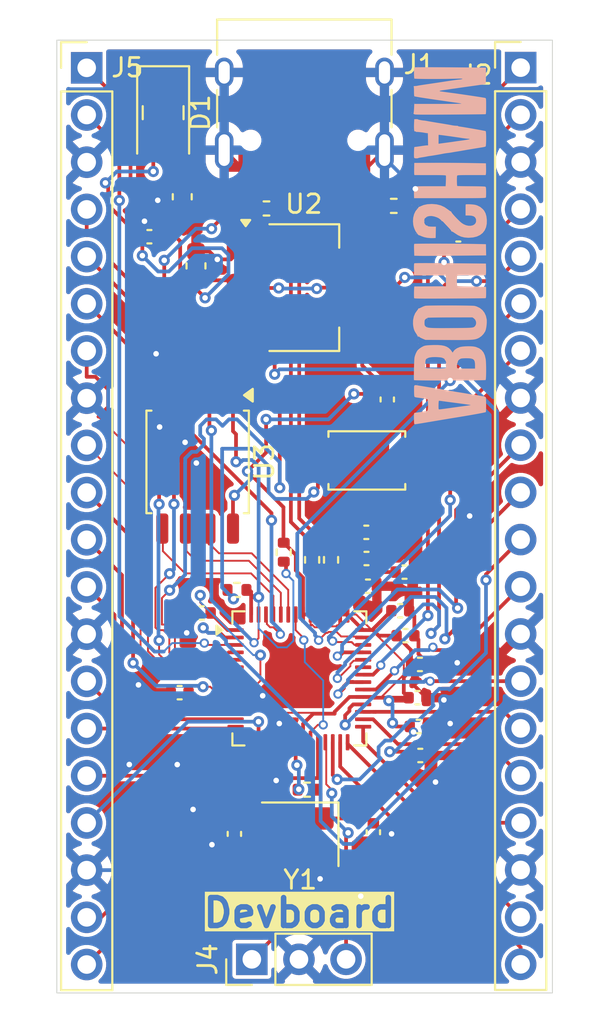
<source format=kicad_pcb>
(kicad_pcb (version 20241229) (generator "pcbnew") (generator_version "9.0")
  (layers (0 "F.Cu" signal) (2 "B.Cu" signal) (13 "F.Paste" user) (15 "B.Paste" user) (5 "F.SilkS" user "F.Silkscreen") (7 "B.SilkS" user "B.Silkscreen") (1 "F.Mask" user) (3 "B.Mask" user) (25 "Edge.Cuts" user))
  (net 0 "")
  (net 1 "+3.3V")
  (net 2 "GND")
  (net 3 "+1V1")
  (net 4 "VBUS")
  (net 5 "Net-(C17-Pad1)")
  (net 6 "X_IN")
  (net 7 "USB_D-")
  (net 8 "USB_D+")
  (net 9 "Net-(J1-CC1)")
  (net 10 "Net-(J1-CC2)")
  (net 11 "GPIO19")
  (net 12 "GPIO23")
  (net 13 "GPIO20")
  (net 14 "GPIO21")
  (net 15 "GPIO26_ADC0")
  (net 16 "GPIO17")
  (net 17 "GPIO22")
  (net 18 "GPIO18")
  (net 19 "GPIO28_ADC2")
  (net 20 "GPIO24")
  (net 21 "GPIO16")
  (net 22 "GPIO27_ADC1")
  (net 23 "RUN")
  (net 24 "GPIO29_ADC3")
  (net 25 "SWD")
  (net 26 "SWCLK")
  (net 27 "GPIO10")
  (net 28 "GPIO13")
  (net 29 "GPIO6")
  (net 30 "GPIO14")
  (net 31 "GPIO3")
  (net 32 "GPIO5")
  (net 33 "GPIO4")
  (net 34 "GPIO7")
  (net 35 "GPIO9")
  (net 36 "GPIO0")
  (net 37 "GPIO8")
  (net 38 "GPIO2")
  (net 39 "GPIO1")
  (net 40 "GPIO11")
  (net 41 "GPIO15")
  (net 42 "GPIO12")
  (net 43 "Net-(U1-USB_DM)")
  (net 44 "Net-(U1-USB_DP)")
  (net 45 "X_OUT")
  (net 46 "QSPI_SS")
  (net 47 "Net-(R7-Pad1)")
  (net 48 "QSPI_SD1")
  (net 49 "QSPI_SCLK")
  (net 50 "QSPI_SD3")
  (net 52 "QSPI_SD2")
  (net 53 "QSPI_SD0")
  (footprint "Capacitor_SMD:C_0402_1005Metric" (layer "F.Cu") (at 69.99 88.89 -90)
    (property "Reference" "C19" (hide yes))
    (property "Value" "0.1uF" (hide yes))
  )
  (footprint "Capacitor_SMD:C_0402_1005Metric" (layer "F.Cu") (at 69.24 112.18 -90)
    (property "Reference" "C17" (hide yes))
    (property "Value" "33pF" (hide yes))
  )
  (footprint "Crystal:Crystal_SMD_3225-4Pin_3.2x2.5mm" (layer "F.Cu") (at 65.3 112.29 180)
    (property "Reference" "Y1")
    (property "Value" "12MHz" (hide yes))
  )
  (footprint "Resistor_SMD:R_0402_1005Metric" (layer "F.Cu") (at 65.67 109.89)
    (property "Reference" "R5" (hide yes))
    (property "Value" "1K" (hide yes))
  )
  (footprint "Connector_PinHeader_2.54mm:PinHeader_1x20_P2.54mm_Vertical" (layer "F.Cu") (at 77.18 71.03)
    (property "Reference" "J2")
    (property "Value" "Conn_01x20")
  )
  (footprint "Capacitor_SMD:C_0402_1005Metric" (layer "F.Cu") (at 70.97 101.6)
    (property "Reference" "C8" (hide yes))
    (property "Value" "1uF" (hide yes))
  )
  (footprint "Capacitor_SMD:C_0402_1005Metric" (layer "F.Cu") (at 58.8 104.67 180)
    (property "Reference" "C3" (hide yes))
    (property "Value" "0.1uF" (hide yes))
  )
  (footprint "Package_DFN_QFN:QFN-56-1EP_7x7mm_P0.4mm_EP3.2x3.2mm" (layer "F.Cu") (at 65.2525 103.9)
    (property "Reference" "U1" (hide yes))
    (property "Value" "RP2040" (hide yes))
  )
  (footprint "Resistor_SMD:R_0402_1005Metric" (layer "F.Cu") (at 64.41 97.11 -90)
    (property "Reference" "R6" (hide yes))
    (property "Value" "10K" (hide yes))
  )
  (footprint "Capacitor_SMD:C_0402_1005Metric" (layer "F.Cu") (at 59.99 100.38 180)
    (property "Reference" "C10" (hide yes))
    (property "Value" "0.1uF" (hide yes))
  )
  (footprint "Capacitor_SMD:C_0603_1608Metric" (layer "F.Cu") (at 59.68 81.7 90)
    (property "Reference" "C16" (hide yes))
    (property "Value" "10uF" (hide yes))
  )
  (footprint "Resistor_SMD:R_0402_1005Metric" (layer "F.Cu") (at 70.34 78.47)
    (property "Reference" "R1" (hide yes))
    (property "Value" "5.1k" (hide yes))
  )
  (footprint "Resistor_SMD:R_0402_1005Metric" (layer "F.Cu") (at 61.89 99.14)
    (property "Reference" "R7" (hide yes))
    (property "Value" "1K" (hide yes))
  )
  (footprint "Capacitor_SMD:C_0402_1005Metric" (layer "F.Cu") (at 71.68 106.49)
    (property "Reference" "C4" (hide yes))
    (property "Value" "0.1uF" (hide yes))
  )
  (footprint "Capacitor_SMD:C_0402_1005Metric" (layer "F.Cu") (at 68.95 98.94)
    (property "Reference" "C11" (hide yes))
    (property "Value" "0.1uF" (hide yes))
  )
  (footprint "Capacitor_SMD:C_0402_1005Metric" (layer "F.Cu") (at 70.92 98.18)
    (property "Reference" "C14" (hide yes))
    (property "Value" "1uF" (hide yes))
  )
  (footprint "LED_SMD:LED_PLCC-2_3x2mm_KA" (layer "F.Cu") (at 57.91 73.455 -90)
    (property "Reference" "D1")
    (property "Value" "LED")
  )
  (footprint "Capacitor_SMD:C_0402_1005Metric" (layer "F.Cu") (at 57.17 80.13)
    (property "Reference" "C1" (hide yes))
    (property "Value" "0.1uF" (hide yes))
  )
  (footprint "Connector_USB:USB_C_Receptacle_HRO_TYPE-C-31-M-12" (layer "F.Cu") (at 65.52 72.34 180)
    (property "Reference" "J1")
    (property "Value" "USB_C_Receptacle_USB2.0_14P" (hide yes))
  )
  (footprint "Capacitor_SMD:C_0402_1005Metric" (layer "F.Cu") (at 68.87 97.45)
    (property "Reference" "C12" (hide yes))
    (property "Value" "0.1uF" (hide yes))
  )
  (footprint "Resistor_SMD:R_0402_1005Metric" (layer "F.Cu") (at 63.48 78.61)
    (property "Reference" "R2" (hide yes))
    (property "Value" "5.1k" (hide yes))
  )
  (footprint "Capacitor_SMD:C_0402_1005Metric" (layer "F.Cu") (at 73.82 80.03)
    (property "Reference" "C7" (hide yes))
    (property "Value" "0.1uF" (hide yes))
  )
  (footprint "Capacitor_SMD:C_0402_1005Metric" (layer "F.Cu") (at 71.62 104.94)
    (property "Reference" "C5" (hide yes))
    (property "Value" "0.1uF" (hide yes))
  )
  (footprint "Capacitor_SMD:C_0603_1608Metric" (layer "F.Cu") (at 58.94 77.98 90)
    (property "Reference" "C15" (hide yes))
    (property "Value" "10uF" (hide yes))
  )
  (footprint "Package_SO:SOIC-8_5.3x5.3mm_P1.27mm" (layer "F.Cu") (at 59.77 92.25 -90)
    (property "Reference" "U3")
    (property "Value" "W25Q128JVS")
  )
  (footprint "Capacitor_SMD:C_0402_1005Metric" (layer "F.Cu") (at 71.75 103.15)
    (property "Reference" "C2" (hide yes))
    (property "Value" "0.1uF" (hide yes))
  )
  (footprint "Capacitor_SMD:C_0402_1005Metric" (layer "F.Cu") (at 61.75 112.27 90)
    (property "Reference" "C18" (hide yes))
    (property "Value" "33pF" (hide yes))
  )
  (footprint "Connector_PinHeader_2.54mm:PinHeader_1x20_P2.54mm_Vertical" (layer "F.Cu") (at 53.79 71.04)
    (property "Reference" "J5")
    (property "Value" "Conn_01x20")
  )
  (footprint "Resistor_SMD:R_0402_1005Metric" (layer "F.Cu") (at 66.96 97.52 -90)
    (property "Reference" "R3" (hide yes))
    (property "Value" "27" (hide yes))
  )
  (footprint "Connector_PinHeader_2.54mm:PinHeader_1x03_P2.54mm_Vertical" (layer "F.Cu") (at 62.69 119.02 90)
    (property "Reference" "J4")
    (property "Value" "Conn_01x03" (hide yes))
  )
  (footprint "Capacitor_SMD:C_0402_1005Metric" (layer "F.Cu") (at 68.86 96.04)
    (property "Reference" "C13" (hide yes))
    (property "Value" "0.1uF" (hide yes))
  )
  (footprint "Package_TO_SOT_SMD:SOT-223-3_TabPin2" (layer "F.Cu") (at 65.49 82.87)
    (property "Reference" "U2")
    (property "Value" "NCP1117-3.3_SOT223" (hide yes))
  )
  (footprint "Resistor_SMD:R_0402_1005Metric" (layer "F.Cu") (at 65.94 97.52 -90)
    (property "Reference" "R4" (hide yes))
    (property "Value" "27" (hide yes))
  )
  (footprint "Capacitor_SMD:C_0402_1005Metric" (layer "F.Cu") (at 71.77 108.05)
    (property "Reference" "C6" (hide yes))
    (property "Value" "0.1uF" (hide yes))
  )
  (footprint "Capacitor_SMD:C_0402_1005Metric" (layer "F.Cu") (at 70.69 100.26)
    (property "Reference" "C9" (hide yes))
    (property "Value" "0.1uF" (hide yes))
  )
  (footprint "Button_Switch_SMD:SW_Push_SPST_NO_Alps_SKRK" (layer "F.Cu") (at 68.89 92.17 180)
    (property "Reference" "SW1" (hide yes))
    (property "Value" "SW_Push")
  )
  (footprint "LOGO" (layer "B.Cu") (at 69.612827 80.542378 90)
    (property "Reference" "Devboard")
    (property "Value" "LOGO" (hide yes))
  )
  (gr_rect (start 52.18 69.55) (end 78.89 120.83) (stroke (width 0.05)) (fill no) (layer "Edge.Cuts"))
  (segment (start 70.88 104.68) (end 71.14 104.94) (width 0.2) (layer "F.Cu") (net 1))
  (segment (start 62.5505 104.9) (end 63.4015 105.751) (width 0.1) (layer "F.Cu") (net 1))
  (segment (start 66.478564 101.101) (end 66.828564 101.101) (width 0.1) (layer "F.Cu") (net 1))
  (segment (start 66.828564 101.101) (end 66.853564 101.076) (width 0.1) (layer "F.Cu") (net 1))
  (segment (start 64.258237 94.551763) (end 64.394 94.687527) (width 0.2) (layer "F.Cu") (net 1))
  (segment (start 65.93 101.01) (end 65.935436 101.01) (width 0.1) (layer "F.Cu") (net 1))
  (segment (start 61.815 104.9) (end 59.75 104.9) (width 0.1) (layer "F.Cu") (net 1))
  (segment (start 62.279564 104.9) (end 61.815 104.9) (width 0.1) (layer "F.Cu") (net 1))
  (segment (start 69.645634 104.932887) (end 70.881 103.697521) (width 0.1) (layer "F.Cu") (net 1))
  (segment (start 64.14 82.89) (end 62.36 82.89) (width 0.2) (layer "F.Cu") (net 1))
  (segment (start 69.81 88.59) (end 69.99 88.41) (width 0.2) (layer "F.Cu") (net 1))
  (segment (start 68.64 82.87) (end 68.64 87.06) (width 0.2) (layer "F.Cu") (net 1))
  (segment (start 70.49 101.6) (end 69.525274 101.6) (width 0.2) (layer "F.Cu") (net 1))
  (segment (start 68.317064 100.4625) (end 68.13 100.4625) (width 0.1) (layer "F.Cu") (net 1))
  (segment (start 67.921613 104.932887) (end 69.645634 104.932887) (width 0.1) (layer "F.Cu") (net 1))
  (segment (start 70.981 103.439) (end 70.981 103.738943) (width 0.2) (layer "F.Cu") (net 1))
  (segment (start 59.91 99.43) (end 59.91 99.82) (width 0.1) (layer "F.Cu") (net 1))
  (segment (start 63.152498 104.027066) (end 62.279564 104.9) (width 0.1) (layer "F.Cu") (net 1))
  (segment (start 69.17 101.3) (end 70.21 100.26) (width 0.2) (layer "F.Cu") (net 1))
  (segment (start 70.981 105.099) (end 71.14 104.94) (width 0.2) (layer "F.Cu") (net 1))
  (segment (start 59.68 82.475) (end 61.945 82.475) (width 0.2) (layer "F.Cu") (net 1))
  (segment (start 64.394 94.687526) (end 64.258237 94.551763) (width 0.2) (layer "F.Cu") (net 1))
  (segment (start 68.69 104.9) (end 67.9545 104.9) (width 0.2) (layer "F.Cu") (net 1))
  (segment (start 65.4525 106.3475) (end 65.4525 107.3375) (width 0.2) (layer "F.Cu") (net 1))
  (segment (start 54.949 77.382322) (end 54.799103 77.232425) (width 0.2) (layer "F.Cu") (net 1))
  (segment (start 74.8 82.52) (end 75.85 82.52) (width 0.2) (layer "F.Cu") (net 1))
  (segment (start 68.13 100.4625) (end 67.521543 101.070957) (width 0.1) (layer "F.Cu") (net 1))
  (segment (start 65.4525 98.48284) (end 65.4525 100.4625) (width 0.2) (layer "F.Cu") (net 1))
  (segment (start 67.1535 105.701) (end 67.1535 105.801) (width 0.2) (layer "F.Cu") (net 1))
  (segment (start 70.38 82.87) (end 70.93 82.32) (width 0.2) (layer "F.Cu") (net 1))
  (segment (start 65.8525 101.0875) (end 65.93 101.01) (width 0.1) (layer "F.Cu") (net 1))
  (segment (start 67.308607 101.068607) (end 67.308607 101.070957) (width 0.1) (layer "F.Cu") (net 1))
  (segment (start 63.4015 105.751) (end 67.1035 105.751) (width 0.1) (layer "F.Cu") (net 1))
  (segment (start 68.64 82.87) (end 70.38 82.87) (width 0.2) (layer "F.Cu") (net 1))
  (segment (start 59.68 82.93) (end 60.17 83.42) (width 0.2) (layer "F.Cu") (net 1))
  (segment (start 67.4525 100.4625) (end 67.8525 100.4625) (width 0.2) (layer "F.Cu") (net 1))
  (segment (start 59.75 104.9) (end 59.32 104.47) (width 0.1) (layer "F.Cu") (net 1))
  (segment (start 63.46 91.746473) (end 63.46 89.96) (width 0.2) (layer "F.Cu") (net 1))
  (segment (start 68.69 101.3) (end 69.17 101.3) (width 0.2) (layer "F.Cu") (net 1))
  (segment (start 70.463802 106.49) (end 70.272802 106.299) (width 0.2) (layer "F.Cu") (net 1))
  (segment (start 66.878564 101.101) (end 67.228564 101.101) (width 0.1) (layer "F.Cu") (net 1))
  (segment (start 71.2 106.49) (end 70.463802 106.49) (width 0.2) (layer "F.Cu") (net 1))
  (segment (start 62.456473 92.75) (end 64.258237 94.551763) (width 0.2) (layer "F.Cu") (net 1))
  (segment (start 68.64 87.06) (end 69.99 88.41) (width 0.2) (layer "F.Cu") (net 1))
  (segment (start 67.521543 101.070957) (end 67.308607 101.070957) (width 0.1) (layer "F.Cu") (net 1))
  (segment (start 75.85 82.52) (end 77.18 81.19) (width 0.2) (layer "F.Cu") (net 1))
  (segment (start 62.456473 92.75) (end 63.46 91.746473) (width 0.2) (layer "F.Cu") (net 1))
  (segment (start 70.881 103.026436) (end 68.317064 100.4625) (width 0.1) (layer "F.Cu") (net 1))
  (segment (start 68.13 100.4625) (end 67.4525 100.4625) (width 0.1) (layer "F.Cu") (net 1))
  (segment (start 65.999 105.801) (end 65.4525 106.3475) (width 0.2) (layer "F.Cu") (net 1))
  (segment (start 65.4525 100.4625) (end 65.8525 100.4625) (width 0.2) (layer "F.Cu") (net 1))
  (segment (start 64.41 96.6) (end 65.06 97.25) (width 0.2) (layer "F.Cu") (net 1))
  (segment (start 71.2 106.49) (end 71.2 106.558528) (width 0.2) (layer "F.Cu") (net 1))
  (segment (start 67.1535 105.801) (end 65.999 105.801) (width 0.2) (layer "F.Cu") (net 1))
  (segment (start 69.525274 101.6) (end 69.224274 101.299) (width 0.2) (layer "F.Cu") (net 1))
  (segment (start 56.79 81.15) (end 56.79 80.23) (width 0.2) (layer "F.Cu") (net 1))
  (segment (start 73.05 81.51) (end 73.05 80.32) (width 0.2) (layer "F.Cu") (net 1))
  (segment (start 69.225274 104.9) (end 68.69 104.9) (width 0.2) (layer "F.Cu") (net 1))
  (segment (start 68.19 88.59) (end 69.81 88.59) (width 0.2) (layer "F.Cu") (net 1))
  (segment (start 70.072812 105.099) (end 70.981 105.099) (width 0.2) (layer "F.Cu") (net 1))
  (segment (start 71.27 103.15) (end 71.27 102.38) (width 0.2) (layer "F.Cu") (net 1))
  (segment (start 63.152498 102.64723) (end 63.152498 104.027066) (width 0.1) (layer "F.Cu") (net 1))
  (segment (start 67.4035 100.976064) (end 67.4035 100.4625) (width 0.1) (layer "F.Cu") (net 1))
  (segment (start 67.9545 104.9) (end 67.1535 105.701) (width 0.2) (layer "F.Cu") (net 1))
  (segment (start 66.428564 101.151) (end 66.478564 101.101) (width 0.1) (layer "F.Cu") (net 1))
  (segment (start 71.27 103.15) (end 70.981 103.439) (width 0.2) (layer "F.Cu") (net 1))
  (segment (start 66.853564 101.076) (end 66.878564 101.101) (width 0.1) (layer "F.Cu") (net 1))
  (segment (start 65.06 98.09034) (end 65.4525 98.48284) (width 0.2) (layer "F.Cu") (net 1))
  (segment (start 71.27 102.38) (end 70.49 101.6) (width 0.2) (layer "F.Cu") (net 1))
  (segment (start 66.24 82.87) (end 66.19 82.92) (width 0.2) (layer "F.Cu") (net 1))
  (segment (start 59.75 104.9) (end 62.5505 104.9) (width 0.1) (layer "F.Cu") (net 1))
  (segment (start 57.38 76.62) (end 57.38 75.41) (width 0.2) (layer "F.Cu") (net 1))
  (segment (start 56.650057 80.13) (end 54.949 78.428943) (width 0.2) (layer "F.Cu") (net 1))
  (segment (start 65.06 97.25) (end 65.06 98.09034) (width 0.2) (layer "F.Cu") (net 1))
  (segment (start 67.308607 101.070957) (end 67.4035 100.976064) (width 0.1) (layer "F.Cu") (net 1))
  (segment (start 54.949 78.428943) (end 54.949 77.382322) (width 0.2) (layer "F.Cu") (net 1))
  (segment (start 61.39 101.3) (end 60.47 100.38) (width 0.2) (layer "F.Cu") (net 1))
  (segment (start 70.123372 107.846628) (end 71.086628 107.846628) (width 0.2) (layer "F.Cu") (net 1))
  (segment (start 61.945 82.475) (end 62.34 82.87) (width 0.2) (layer "F.Cu") (net 1))
  (segment (start 59.68 82.475) (end 59.68 82.93) (width 0.2) (layer "F.Cu") (net 1))
  (segment (start 59.91 99.82) (end 60.47 100.38) (width 0.1) (layer "F.Cu") (net 1))
  (segment (start 68.69 101.3) (end 67.8525 100.4625) (width 0.2) (layer "F.Cu") (net 1))
  (segment (start 62.36 82.89) (end 62.34 82.87) (width 0.2) (layer "F.Cu") (net 1))
  (segment (start 65.8525 100.4625) (end 65.8525 101.0875) (width 0.1) (layer "F.Cu") (net 1))
  (segment (start 71.403839 106.785869) (end 71.403839 106.693839) (width 0.2) (layer "F.Cu") (net 1))
  (segment (start 67.284782 101.044782) (end 67.308607 101.068607) (width 0.1) (layer "F.Cu") (net 1))
  (segment (start 73.05 80.32) (end 73.34 80.03) (width 0.2) (layer "F.Cu") (net 1))
  (segment (start 67.228564 101.101) (end 67.284782 101.044782) (width 0.1) (layer "F.Cu") (net 1))
  (segment (start 71.403839 106.693839) (end 71.2 106.49) (width 0.2) (layer "F.Cu") (net 1))
  (segment (start 71.086628 107.846628) (end 71.29 108.05) (width 0.2) (layer "F.Cu") (net 1))
  (segment (start 61.675 94.125) (end 61.75 94.05) (width 0.2) (layer "F.Cu") (net 1))
  (segment (start 56.69 80.13) (end 56.650057 80.13) (width 0.2) (layer "F.Cu") (net 1))
  (segment (start 61.675 95.8375) (end 61.675 94.125) (width 0.2) (layer "F.Cu") (net 1))
  (segment (start 65.935436 101.01) (end 66.076436 101.151) (width 0.1) (layer "F.Cu") (net 1))
  (segment (start 70.881 103.697521) (end 70.881 103.026436) (width 0.1) (layer "F.Cu") (net 1))
  (segment (start 64.41 96.6) (end 64.394 96.584) (width 0.2) (layer "F.Cu") (net 1))
  (segment (start 67.1035 105.751) (end 67.921613 104.932887) (width 0.1) (layer "F.Cu") (net 1))
  (segment (start 64.394 96.584) (end 64.394 94.687526) (width 0.2) (layer "F.Cu") (net 1))
  (segment (start 66.076436 101.151) (end 66.428564 101.151) (width 0.1) (layer "F.Cu") (net 1))
  (segment (start 70.981 103.738943) (end 70.88 103.839943) (width 0.2) (layer "F.Cu") (net 1))
  (segment (start 71.14 104.94) (end 69.265274 104.94) (width 0.2) (layer "F.Cu") (net 1))
  (segment (start 69.265274 104.94) (end 69.225274 104.9) (width 0.2) (layer "F.Cu") (net 1))
  (segment (start 56.79 80.23) (end 56.69 80.13) (width 0.2) (layer "F.Cu") (net 1))
  (segment (start 68.64 82.87) (end 66.24 82.87) (width 0.2) (layer "F.Cu") (net 1))
  (segment (start 70.88 103.839943) (end 70.88 104.68) (width 0.2) (layer "F.Cu") (net 1))
  (segment (start 57.38 75.41) (end 57.91 74.88) (width 0.2) (layer "F.Cu") (net 1))
  (segment (start 61.815 101.3) (end 61.39 101.3) (width 0.2) (layer "F.Cu") (net 1))
  (via (at 68.19 88.59) (size 0.6) (drill 0.3) (layers "F.Cu" "B.Cu") (net 1))
  (via (at 70.272802 106.299) (size 0.6) (drill 0.3) (layers "F.Cu" "B.Cu") (net 1))
  (via (at 74.8 82.52) (size 0.6) (drill 0.3) (layers "F.Cu" "B.Cu") (net 1))
  (via (at 57.38 76.62) (size 0.6) (drill 0.3) (layers "F.Cu" "B.Cu") (net 1))
  (via (at 54.799103 77.232425) (size 0.6) (drill 0.3) (layers "F.Cu" "B.Cu") (net 1))
  (via (at 63.152498 102.64723) (size 0.6) (drill 0.3) (layers "F.Cu" "B.Cu") (net 1))
  (via (at 66.19 82.92) (size 0.6) (drill 0.3) (layers "F.Cu" "B.Cu") (net 1))
  (via (at 63.46 89.96) (size 0.6) (drill 0.3) (layers "F.Cu" "B.Cu") (net 1))
  (via (at 64.14 82.89) (size 0.6) (drill 0.3) (layers "F.Cu" "B.Cu") (net 1))
  (via (at 73.05 81.51) (size 0.6) (drill 0.3) (layers "F.Cu" "B.Cu") (net 1))
  (via (at 70.93 82.32) (size 0.6) (drill 0.3) (layers "F.Cu" "B.Cu") (net 1))
  (via (at 59.91 99.43) (size 0.6) (drill 0.3) (layers "F.Cu" "B.Cu") (net 1))
  (via (at 70.072812 105.099) (size 0.6) (drill 0.3) (layers "F.Cu" "B.Cu") (net 1))
  (via (at 60.17 83.42) (size 0.6) (drill 0.3) (layers "F.Cu" "B.Cu") (net 1))
  (via (at 61.75 94.05) (size 0.6) (drill 0.3) (layers "F.Cu" "B.Cu") (net 1))
  (via (at 62.456473 92.75) (size 0.6) (drill 0.3) (layers "F.Cu" "B.Cu") (net 1))
  (via (at 71.403839 106.785869) (size 0.5) (drill 0.3) (layers "F.Cu" "B.Cu") (net 1))
  (via (at 56.79 81.15) (size 0.6) (drill 0.3) (layers "F.Cu" "B.Cu") (net 1))
  (via (at 70.123372 107.846628) (size 0.6) (drill 0.3) (layers "F.Cu" "B.Cu") (net 1))
  (segment (start 64.17 82.92) (end 64.14 82.89) (width 0.2) (layer "B.Cu") (net 1))
  (segment (start 61.431 81.101057) (end 61.078943 80.749) (width 0.2) (layer "B.Cu") (net 1))
  (segment (start 55.411528 76.62) (end 57.38 76.62) (width 0.2) (layer "B.Cu") (net 1))
  (segment (start 66.19 82.92) (end 64.17 82.92) (width 0.2) (layer "B.Cu") (net 1))
  (segment (start 61.75 94.05) (end 62.655473 93.144527) (width 0.2) (layer "B.Cu") (net 1))
  (segment (start 54.799103 77.232425) (end 55.411528 76.62) (width 0.2) (layer "B.Cu") (net 1))
  (segment (start 70.93 82.32) (end 72.24 82.32) (width 0.2) (layer "B.Cu") (net 1))
  (segment (start 71.403839 106.785869) (end 71.303839 106.885869) (width 0.2) (layer "B.Cu") (net 1))
  (segment (start 59.91 99.43) (end 59.91 99.788521) (width 0.1) (layer "B.Cu") (net 1))
  (segment (start 59.91 99.788521) (end 62.768709 102.64723) (width 0.1) (layer "B.Cu") (net 1))
  (segment (start 72.61 81.95) (end 73.18 82.52) (width 0.2) (layer "B.Cu") (net 1))
  (segment (start 62.655473 93.144527) (end 62.655473 92.75) (width 0.2) (layer "B.Cu") (net 1))
  (segment (start 61.078943 80.749) (end 59.470943 80.749) (width 0.2) (layer "B.Cu") (net 1))
  (segment (start 57.641 82.001) (end 56.79 81.15) (width 0.2) (layer "B.Cu") (net 1))
  (segment (start 58.218943 82.001) (end 57.641 82.001) (width 0.2) (layer "B.Cu") (net 1))
  (segment (start 62.768709 102.64723) (end 63.152498 102.64723) (width 0.1) (layer "B.Cu") (net 1))
  (segment (start 66.82 89.96) (end 68.19 88.59) (width 0.2) (layer "B.Cu") (net 1))
  (segment (start 70.272802 106.299) (end 70.272802 105.29899) (width 0.2) (layer "B.Cu") (net 1))
  (segment (start 63.46 89.96) (end 66.82 89.96) (width 0.2) (layer "B.Cu") (net 1))
  (segment (start 60.17 83.42) (end 61.431 82.159) (width 0.2) (layer "B.Cu") (net 1))
  (segment (start 72.24 82.32) (end 72.61 81.95) (width 0.2) (layer "B.Cu") (net 1))
  (segment (start 71.303839 106.885869) (end 71.303839 106.939) (width 0.2) (layer "B.Cu") (net 1))
  (segment (start 70.272802 105.29899) (end 70.072812 105.099) (width 0.2) (layer "B.Cu") (net 1))
  (segment (start 70.396211 107.846628) (end 70.123372 107.846628) (width 0.2) (layer "B.Cu") (net 1))
  (segment (start 62.655473 92.75) (end 62.456473 92.75) (width 0.2) (layer "B.Cu") (net 1))
  (segment (start 59.470943 80.749) (end 58.218943 82.001) (width 0.2) (layer "B.Cu") (net 1))
  (segment (start 73.18 82.52) (end 74.8 82.52) (width 0.2) (layer "B.Cu") (net 1))
  (segment (start 71.303839 106.939) (end 70.396211 107.846628) (width 0.2) (layer "B.Cu") (net 1))
  (segment (start 61.431 82.159) (end 61.431 81.101057) (width 0.2) (layer "B.Cu") (net 1))
  (segment (start 72.61 81.95) (end 73.05 81.51) (width 0.2) (layer "B.Cu") (net 1))
  (segment (start 66.37 114.69) (end 66.37 113.17) (width 0.2) (layer "F.Cu") (net 2))
  (segment (start 60.54 112.85) (end 60.69 112.85) (width 0.2) (layer "F.Cu") (net 2))
  (segment (start 61.56 81.35) (end 62.34 80.57) (width 0.2) (layer "F.Cu") (net 2))
  (segment (start 60.405 80.925) (end 60.83 81.35) (width 0.2) (layer "F.Cu") (net 2))
  (segment (start 63.299637 104.810359) (end 64.342141 104.810359) (width 0.2) (layer "F.Cu") (net 2))
  (segment (start 69.24 112.66) (end 69.24 114.94) (width 0.2) (layer "F.Cu") (net 2))
  (segment (start 64.00219 111.24219) (end 64.00219 109.395542) (width 0.2) (layer "F.Cu") (net 2))
  (segment (start 72.23 103.19366) (end 72.23 103.15) (width 0.2) (layer "F.Cu") (net 2))
  (segment (start 57.65 80.13) (end 57.65 80.04098) (width 0.2) (layer "F.Cu") (net 2))
  (segment (start 73.22 106.49) (end 73.38 106.33) (width 0.2) (layer "F.Cu") (net 2))
  (segment (start 63.274639 104.835357) (end 63.299637 104.810359) (width 0.2) (layer "F.Cu") (net 2))
  (segment (start 53.79 114.22) (end 57.056628 110.953372) (width 0.2) (layer "F.Cu") (net 2))
  (segment (start 57.72 90.37) (end 57.72 88.8075) (width 0.2) (layer "F.Cu") (net 2))
  (segment (start 69.83 112.66) (end 70.221855 112.268145) (width 0.2) (layer "F.Cu") (net 2))
  (segment (start 58.94 77.205) (end 59.465 77.205) (width 0.2) (layer "F.Cu") (net 2))
  (segment (start 57.865 86.765) (end 57.865 88.6625) (width 0.2) (layer "F.Cu") (net 2))
  (segment (start 72.16 106.49) (end 73.22 106.49) (width 0.2) (layer "F.Cu") (net 2))
  (segment (start 71.7 103.66) (end 71.76366 103.66) (width 0.2) (layer "F.Cu") (net 2))
  (segment (start 71.45 101.6) (end 71.45 100.54) (width 0.2) (layer "F.Cu") (net 2))
  (segment (start 69.24 112.66) (end 69.83 112.66) (width 0.2) (layer "F.Cu") (net 2))
  (segment (start 71.17 98.41) (end 71.4 98.18) (width 0.2) (layer "F.Cu") (net 2))
  (segment (start 58.32 104.67) (end 57 104.67) (width 0.2) (layer "F.Cu") (net 2))
  (segment (start 59.18 100.71) (end 59.18 101.450076) (width 0.2) (layer "F.Cu") (net 2))
  (segment (start 64.2 111.44) (end 64.00219 111.24219) (width 0.2) (layer "F.Cu") (net 2))
  (segment (start 71.47 103.89) (end 71.7 103.66) (width 0.2) (layer "F.Cu") (net 2))
  (segment (start 70.85 78.47) (end 70.85 78.20853) (width 0.2) (layer "F.Cu") (net 2))
  (segment (start 60.83 81.35) (end 61.56 81.35) (width 0.2) (layer "F.Cu") (net 2))
  (segment (start 60.69 112.85) (end 61.75 111.79) (width 0.2) (layer "F.Cu") (net 2))
  (segment (start 59.51 100.38) (end 59.18 100.71) (width 0.2) (layer "F.Cu") (net 2))
  (segment (start 57.65 80.04098) (end 56.90451 79.29549) (width 0.2) (layer "F.Cu") (net 2))
  (segment (start 56.09 108.54) (end 58.67 108.54) (width 0.2) (layer "F.Cu") (net 2))
  (segment (start 64.17 106.33) (end 64.2525 106.4125) (width 0.2) (layer "F.Cu") (net 2))
  (segment (start 57.975 78.17) (end 58.94 77.205) (width 0.2) (layer "F.Cu") (net 2))
  (segment (start 75.63 103.06) (end 73.76 103.06) (width 0.2) (layer "F.Cu") (net 2))
  (segment (start 57 104.67) (end 56.58 104.25) (width 0.2) (layer "F.Cu") (net 2))
  (segment (start 72.1 104.94) (end 71.44 104.28) (width 0.2) (layer "F.Cu") (net 2))
  (segment (start 71.671 102.591) (end 71.671 101.821) (width 0.2) (layer "F.Cu") (net 2))
  (segment (start 62.27 76.385) (end 62.115 76.385) (width 0.2) (layer "F.Cu") (net 2))
  (segment (start 71.76366 103.66) (end 72.23 103.19366) (width 0.2) (layer "F.Cu") (net 2))
  (segment (start 62.115 76.385) (end 61.2 75.47) (width 0.2) (layer "F.Cu") (net 2))
  (segment (start 64.2525 106.4125) (end 64.2525 107.3375) (width 0.2) (layer "F.Cu") (net 2))
  (segment (start 57.62 78.17) (end 57.975 78.17) (width 0.2) (layer "F.Cu") (net 2))
  (segment (start 73.04 105.06) (end 72.22 105.06) (width 0.2) (layer "F.Cu") (net 2))
  (segment (start 70.85 78.20853) (end 71.504265 77.554265) (width 0.2) (layer "F.Cu") (net 2))
  (segment (start 72.59 108.39) (end 72.25 108.05) (width 0.2) (layer "F.Cu") (net 2))
  (segment (start 68.77 76.385) (end 68.925 76.385) (width 0.2) (layer "F.Cu") (net 2))
  (segment (start 56.085735 108.535735) (end 56.09 108.54) (width 0.2) (layer "F.Cu") (net 2))
  (segment (start 71.671 101.821) (end 71.45 101.6) (width 0.2) (layer "F.Cu") (net 2))
  (segment (start 69.24 114.94) (end 68.56 115.62) (width 0.2) (layer "F.Cu") (net 2))
  (segment (start 71.44 104.28) (end 71.44 103.89) (width 0.2) (layer "F.Cu") (net 2))
  (segment (start 64.342141 104.810359) (end 65.2525 103.9) (width 0.2) (layer "F.Cu") (net 2))
  (segment (start 71.45 100.54) (end 71.17 100.26) (width 0.2) (layer "F.Cu") (net 2))
  (segment (start 59.7 92.31) (end 59.7 91.802024) (width 0.2) (layer "F.Cu") (net 2))
  (segment (start 59.7 91.802024) (end 59.093026 91.19505) (width 0.2) (layer "F.Cu") (net 2))
  (segment (start 72.59 109.48) (end 72.59 108.39) (width 0.2) (layer "F.Cu") (net 2))
  (segment (start 68.925 76.385) (end 69.84 75.47) (width 0.2) (layer "F.Cu") (net 2))
  (segment (start 77.18 101.51) (end 75.63 103.06) (width 0.2) (layer "F.Cu") (net 2))
  (segment (start 72.23 103.15) (end 71.671 102.591) (width 0.2) (layer "F.Cu") (net 2))
  (segment (start 57.53 86.43) (end 57.865 86.765) (width 0.2) (layer "F.Cu") (net 2))
  (segment (start 59.68 80.925) (end 60.405 80.925) (width 0.2) (layer "F.Cu") (net 2))
  (segment (start 71.44 103.89) (end 71.47 103.89) (width 0.2) (layer "F.Cu") (net 2))
  (segment (start 71.17 100.26) (end 71.17 98.41) (width 0.2) (layer "F.Cu") (net 2))
  (segment (start 66.37 113.17) (end 66.4 113.14) (width 0.2) (layer "F.Cu") (net 2))
  (segment (start 72.22 105.06) (end 72.1 104.94) (width 0.2) (layer "F.Cu") (net 2))
  (segment (start 57.72 88.8075) (end 57.865 88.6625) (width 0.2) (layer "F.Cu") (net 2))
  (segment (start 57.056628 110.953372) (end 59.523372 110.953372) (width 0.2) (layer "F.Cu") (net 2))
  (via (at 64.17 106.33) (size 0.6) (drill 0.3) (layers "F.Cu" "B.Cu") (net 2))
  (via (at 73.04 105.06) (size 0.6) (drill 0.3) (layers "F.Cu" "B.Cu") (net 2))
  (via (at 63.274639 104.835357) (size 0.6) (drill 0.3) (layers "F.Cu" "B.Cu") (net 2))
  (via (at 58.67 108.54) (size 0.6) (drill 0.3) (layers "F.Cu" "B.Cu") (net 2))
  (via (at 56.58 104.25) (size 0.6) (drill 0.3) (layers "F.Cu" "B.Cu") (net 2))
  (via (at 70.221855 112.268145) (size 0.6) (drill 0.3) (layers "F.Cu" "B.Cu") (net 2))
  (via (at 60.54 112.85) (size 0.6) (drill 0.3) (layers "F.Cu" "B.Cu") (net 2))
  (via (at 57.53 86.43) (size 0.6) (drill 0.3) (layers "F.Cu" "B.Cu") (net 2))
  (via (at 64.00219 109.395542) (size 0.6) (drill 0.3) (layers "F.Cu" "B.Cu") (net 2))
  (via (at 57.72 90.37) (size 0.6) (drill 0.3) (layers "F.Cu" "B.Cu") (net 2))
  (via (at 66.37 114.69) (size 0.6) (drill 0.3) (layers "F.Cu" "B.Cu") (net 2))
  (via (at 68.56 115.62) (size 0.6) (drill 0.3) (layers "F.Cu" "B.Cu") (net 2))
  (via (at 60.83 81.35) (size 0.6) (drill 0.3) (layers "F.Cu" "B.Cu") (net 2))
  (via (at 73.76 103.06) (size 0.6) (drill 0.3) (layers "F.Cu" "B.Cu") (net 2))
  (via (at 71.504265 77.554265) (size 0.6) (drill 0.3) (layers "F.Cu" "B.Cu") (net 2))
  (via (at 57.62 78.17) (size 0.6) (drill 0.3) (layers "F.Cu" "B.Cu") (net 2))
  (via (at 59.18 101.450076) (size 0.6) (drill 0.3) (layers "F.Cu" "B.Cu") (net 2))
  (via (at 59.7 92.31) (size 0.6) (drill 0.3) (layers "F.Cu" "B.Cu") (net 2))
  (via (at 56.90451 79.29549) (size 0.6) (drill 0.3) (layers "F.Cu" "B.Cu") (net 2))
  (via (at 73.38 106.33) (size 0.6) (drill 0.3) (layers "F.Cu" "B.Cu") (net 2))
  (via (at 74.43 95.16) (size 0.6) (drill 0.3) (layers "F.Cu" "B.Cu") (net 2))
  (via (at 59.093026 91.19505) (size 0.6) (drill 0.3) (layers "F.Cu" "B.Cu") (net 2))
  (via (at 56.085735 108.535735) (size 0.6) (drill 0.3) (layers "F.Cu" "B.Cu") (net 2))
  (via (at 59.523372 110.953372) (size 0.6) (drill 0.3) (layers "F.Cu" "B.Cu") (net 2))
  (via (at 72.59 109.48) (size 0.6) (drill 0.3) (layers "F.Cu" "B.Cu") (net 2))
  (segment (start 63.651 106.478943) (end 63.298943 106.831) (width 0.2) (layer "B.Cu") (net 2))
  (segment (start 67.3 115.62) (end 66.37 114.69) (width 0.2) (layer "B.Cu") (net 2))
  (segment (start 63.274639 104.835357) (end 63.651 105.211718) (width 0.2) (layer "B.Cu") (net 2))
  (segment (start 64.00219 106.49781) (end 64.17 106.33) (width 0.2) (layer "B.Cu") (net 2))
  (segment (start 60.54 111.97) (end 60.54 112.85) (width 0.2) (layer "B.Cu") (net 2))
  (segment (start 68.56 115.62) (end 67.3 115.62) (width 0.2) (layer "B.Cu") (net 2))
  (segment (start 63.019 106.831) (end 59.47 110.38) (width 0.2) (layer "B.Cu") (net 2))
  (segment (start 56.58 104.25) (end 56.58 108.04147) (width 0.2) (layer "B.Cu") (net 2))
  (segment (start 54.949 87.661) (end 53.79 88.82) (width 0.2) (layer "B.Cu") (net 2))
  (segment (start 59.18 101.450076) (end 59.18 99.310057) (width 0.2) (layer "B.Cu") (net 2))
  (segment (start 59.093026 91.19505) (end 58.54505 91.19505) (width 0.2) (layer "B.Cu") (net 2))
  (segment (start 64.00219 109.395542) (end 64.00219 106.49781) (width 0.2) (layer "B.Cu") (net 2))
  (segment (start 59.47 110.659943) (end 55.909943 114.22) (width 0.2) (layer "B.Cu") (net 2))
  (segment (start 60.83 81.35) (end 56.151 86.029) (width 0.2) (layer "B.Cu") (net 2))
  (segment (start 55.909943 114.22) (end 53.79 114.22) (width 0.2) (layer "B.Cu") (net 2))
  (segment (start 56.90451 79.29549) (end 56.90451 78.88549) (width 0.2) (layer "B.Cu") (net 2))
  (segment (start 56.58 104.25) (end 56.52 104.25) (width 0.2) (layer "B.Cu") (net 2))
  (segment (start 72.59 109.9) (end 72.59 109.48) (width 0.2) (layer "B.Cu") (net 2))
  (segment (start 56.151 77.931057) (end 55.798943 77.579) (width 0.2) (layer "B.Cu") (net 2))
  (segment (start 55.798943 77.579) (end 55.301057 77.579) (width 0.2) (layer "B.Cu") (net 2))
  (segment (start 58.67 108.54) (end 58.67 109.34) (width 0.2) (layer "B.Cu") (net 2))
  (segment (start 59.523372 110.953372) (end 60.54 111.97) (width 0.2) (layer "B.Cu") (net 2))
  (segment (start 73.38 106.33) (end 73.38 105.4) (width 0.2) (layer "B.Cu") (net 2))
  (segment (start 71.504265 77.554265) (end 69.84 75.89) (width 0.2) (layer "B.Cu") (net 2))
  (segment (start 59.18 99.310057) (end 59.7 98.790057) (width 0.2) (layer "B.Cu") (net 2))
  (segment (start 63.298943 106.831) (end 63.019 106.831) (width 0.2) (layer "B.Cu") (net 2))
  (segment (start 56.151 85.051) (end 57.53 86.43) (width 0.2) (layer "B.Cu") (net 2))
  (segment (start 58.67 109.34) (end 53.79 114.22) (width 0.2) (layer "B.Cu") (net 2))
  (segment (start 54.949 77.931057) (end 54.949 87.661) (width 0.2) (layer "B.Cu") (net 2))
  (segment (start 59.7 98.790057) (end 59.7 92.31) (width 0.2) (layer "B.Cu") (net 2))
  (segment (start 56.90451 78.88549) (end 57.62 78.17) (width 0.2) (layer "B.Cu") (net 2))
  (segment (start 56.151 77.931057) (end 56.151 85.051) (width 0.2) (layer "B.Cu") (net 2))
  (segment (start 53.79 101.52) (end 54.949 100.361) (width 0.2) (layer "B.Cu") (net 2))
  (segment (start 59.47 110.38) (end 59.47 110.659943) (width 0.2) (layer "B.Cu") (net 2))
  (segment (start 63.651 105.211718) (end 63.651 106.478943) (width 0.2) (layer "B.Cu") (net 2))
  (segment (start 73.76 103.06) (end 74.43 102.39) (width 0.2) (layer "B.Cu") (net 2))
  (segment (start 58.54505 91.19505) (end 57.72 90.37) (width 0.2) (layer "B.Cu") (net 2))
  (segment (start 70.221855 112.268145) (end 72.59 109.9) (width 0.2) (layer "B.Cu") (net 2))
  (segment (start 56.52 104.25) (end 53.79 101.52) (width 0.2) (layer "B.Cu") (net 2))
  (segment (start 56.151 86.029) (end 56.151 77.931057) (width 0.2) (layer "B.Cu") (net 2))
  (segment (start 55.301057 77.579) (end 54.949 77.931057) (width 0.2) (layer "B.Cu") (net 2))
  (segment (start 69.84 75.89) (end 69.84 75.47) (width 0.2) (layer "B.Cu") (net 2))
  (segment (start 73.38 105.4) (end 73.04 105.06) (width 0.2) (layer "B.Cu") (net 2))
  (segment (start 54.949 100.361) (end 54.949 77.931057) (width 0.2) (layer "B.Cu") (net 2))
  (segment (start 74.43 102.39) (end 74.43 95.16) (width 0.2) (layer "B.Cu") (net 2))
  (segment (start 56.58 108.04147) (end 56.085735 108.535735) (width 0.2) (layer "B.Cu") (net 2))
  (segment (start 68.38 97.44) (end 68.39 97.45) (width 0.2) (layer "F.Cu") (net 3))
  (segment (start 65.8525 107.3375) (end 65.8525 106.7975) (width 0.2) (layer "F.Cu") (net 3))
  (segment (start 67.0525 100.4625) (end 67.0525 99.8475) (width 0.2) (layer "F.Cu") (net 3))
  (segment (start 67.0525 99.8475) (end 67.96 98.94) (width 0.2) (layer "F.Cu") (net 3))
  (segment (start 66.249 106.401) (end 66.537338 106.401) (width 0.1) (layer "F.Cu") (net 3))
  (segment (start 70.44 98.18) (end 69.12 98.18) (width 0.2) (layer "F.Cu") (net 3))
  (segment (start 65.49 101.84) (end 65.49 101.742011) (width 0.1) (layer "F.Cu") (net 3))
  (segment (start 65.8525 106.7975) (end 66.249 106.401) (width 0.1) (layer "F.Cu") (net 3))
  (segment (start 68.39 97.45) (end 68.39 98.86) (width 0.2) (layer "F.Cu") (net 3))
  (segment (start 65.0525 101.304511) (end 65.0525 100.4625) (width 0.1) (layer "F.Cu") (net 3))
  (segment (start 68.38 96.04) (end 68.38 97.44) (width 0.2) (layer "F.Cu") (net 3))
  (segment (start 65.49 101.742011) (end 65.0525 101.304511) (width 0.1) (layer "F.Cu") (net 3))
  (segment (start 69.12 98.18) (end 68.39 97.45) (width 0.2) (layer "F.Cu") (net 3))
  (segment (start 68.39 98.86) (end 68.47 98.94) (width 0.2) (layer "F.Cu") (net 3))
  (segment (start 67.96 98.94) (end 68.47 98.94) (width 0.2) (layer "F.Cu") (net 3))
  (via (at 66.537338 106.401) (size 0.5) (drill 0.3) (layers "F.Cu" "B.Cu") (net 3))
  (via (at 65.49 101.84) (size 0.5) (drill 0.3) (layers "F.Cu" "B.Cu") (net 3))
  (segment (start 65.49 101.84) (end 65.545062 101.895062) (width 0.1) (layer "B.Cu") (net 3))
  (segment (start 66.537338 104.017338) (end 66.537338 106.401) (width 0.1) (layer "B.Cu") (net 3))
  (segment (start 65.545062 101.895062) (end 65.545062 103.025062) (width 0.1) (layer "B.Cu") (net 3))
  (segment (start 65.545062 103.025062) (end 66.537338 104.017338) (width 0.1) (layer "B.Cu") (net 3))
  (segment (start 70.799 77.411) (end 68.169 77.411) (width 0.2) (layer "F.Cu") (net 4))
  (segment (start 60.52 79.675) (end 61.44 78.755) (width 0.2) (layer "F.Cu") (net 4))
  (segment (start 67.011 74.649) (end 64.029 74.649) (width 0.2) (layer "F.Cu") (net 4))
  (segment (start 58.94 78.755) (end 61.44 78.755) (width 0.2) (layer "F.Cu") (net 4))
  (segment (start 61.625 78.755) (end 63.07 77.31) (width 0.2) (layer "F.Cu") (net 4))
  (segment (start 62.34 85.17) (end 60.3 85.17) (width 0.2) (layer "F.Cu") (net 4))
  (segment (start 67.97 76.385) (end 67.97 75.608) (width 0.2) (layer "F.Cu") (net 4))
  (segment (start 60.52 79.7) (end 60.52 79.675) (width 0.2) (layer "F.Cu") (net 4))
  (segment (start 60.3 85.17) (end 57.97 82.84) (width 0.2) (layer "F.Cu") (net 4))
  (segment (start 61.44 78.755) (end 61.625 78.755) (width 0.2) (layer "F.Cu") (net 4))
  (segment (start 67.97 77.212) (end 67.97 76.385) (width 0.2) (layer "F.Cu") (net 4))
  (segment (start 63.07 77.31) (end 63.07 76.385) (width 0.2) (layer "F.Cu") (net 4))
  (segment (start 68.169 77.411) (end 67.97 77.212) (width 0.2) (layer "F.Cu") (net 4))
  (segment (start 77.18 71.03) (end 70.799 77.411) (width 0.2) (layer "F.Cu") (net 4))
  (segment (start 63.07 75.608) (end 63.07 76.385) (width 0.2) (layer "F.Cu") (net 4))
  (segment (start 64.029 74.649) (end 63.07 75.608) (width 0.2) (layer "F.Cu") (net 4))
  (segment (start 67.97 75.608) (end 67.011 74.649) (width 0.2) (layer "F.Cu") (net 4))
  (segment (start 57.97 82.84) (end 57.97 81.4) (width 0.2) (layer "F.Cu") (net 4))
  (via (at 57.97 81.4) (size 0.6) (drill 0.3) (layers "F.Cu" "B.Cu") (net 4))
  (via (at 60.52 79.7) (size 0.6) (drill 0.3) (layers "F.Cu" "B.Cu") (net 4))
  (segment (start 57.97 81.4) (end 59.67 79.7) (width 0.2) (layer "B.Cu") (net 4))
  (segment (start 59.67 79.7) (end 60.52 79.7) (width 0.2) (layer "B.Cu") (net 4))
  (segment (start 66.4 111.44) (end 66.4 110.11) (width 0.2) (layer "F.Cu") (net 5))
  (segment (start 66.4 111.44) (end 68.98 111.44) (width 0.2) (layer "F.Cu") (net 5))
  (segment (start 68.98 111.44) (end 69.24 111.7) (width 0.2) (layer "F.Cu") (net 5))
  (segment (start 66.4 110.11) (end 66.18 109.89) (width 0.2) (layer "F.Cu") (net 5))
  (segment (start 64.2 113.14) (end 63.199 112.139) (width 0.2) (layer "F.Cu") (net 6))
  (segment (start 64.2 113.14) (end 62.14 113.14) (width 0.2) (layer "F.Cu") (net 6))
  (segment (start 62.14 113.14) (end 61.75 112.75) (width 0.2) (layer "F.Cu") (net 6))
  (segment (start 63.199 109.326274) (end 64.6525 107.872774) (width 0.2) (layer "F.Cu") (net 6))
  (segment (start 64.6525 107.872774) (end 64.6525 107.3375) (width 0.2) (layer "F.Cu") (net 6))
  (segment (start 63.199 112.139) (end 63.199 109.326274) (width 0.2) (layer "F.Cu") (net 6))
  (segment (start 65.27 76.385) (end 65.27 77.472501) (width 0.2) (layer "F.Cu") (net 7))
  (segment (start 66.27 77.59) (end 65.89 77.97) (width 0.2) (layer "F.Cu") (net 7))
  (segment (start 66.27 76.385) (end 66.27 77.59) (width 0.2) (layer "F.Cu") (net 7))
  (segment (start 65.27 77.472501) (end 65.245 77.497501) (width 0.2) (layer "F.Cu") (net 7))
  (segment (start 65.27 77.35) (end 65.27 76.385) (width 0.2) (layer "F.Cu") (net 7))
  (segment (start 65.245 77.497501) (end 65.245 95.295) (width 0.2) (layer "F.Cu") (net 7))
  (segment (start 65.245 95.295) (end 66.96 97.01) (width 0.2) (layer "F.Cu") (net 7))
  (segment (start 65.89 77.97) (end 65.27 77.35) (width 0.2) (layer "F.Cu") (net 7))
  (segment (start 65.02 75.05) (end 64.77 75.3) (width 0.2) (layer "F.Cu") (net 8))
  (segment (start 64.795 77.497501) (end 64.795 95.481397) (width 0.2) (layer "F.Cu") (net 8))
  (segment (start 65.77 76.385) (end 65.77 75.408) (width 0.2) (layer "F.Cu") (net 8))
  (segment (start 64.77 75.3) (end 64.77 76.385) (width 0.2) (layer "F.Cu") (net 8))
  (segment (start 64.77 77.472501) (end 64.795 77.497501) (width 0.2) (layer "F.Cu") (net 8))
  (segment (start 65.67 96.356397) (end 65.67 97.01) (width 0.2) (layer "F.Cu") (net 8))
  (segment (start 64.795 95.481397) (end 65.67 96.356397) (width 0.2) (layer "F.Cu") (net 8))
  (segment (start 65.77 75.408) (end 65.412 75.05) (width 0.2) (layer "F.Cu") (net 8))
  (segment (start 64.77 76.385) (end 64.77 77.472501) (width 0.2) (layer "F.Cu") (net 8))
  (segment (start 65.412 75.05) (end 65.02 75.05) (width 0.2) (layer "F.Cu") (net 8))
  (segment (start 66.77 77.362) (end 67.878 78.47) (width 0.2) (layer "F.Cu") (net 9))
  (segment (start 66.77 76.385) (end 66.77 77.362) (width 0.2) (layer "F.Cu") (net 9))
  (segment (start 67.878 78.47) (end 69.83 78.47) (width 0.2) (layer "F.Cu") (net 9))
  (segment (start 63.04966 78.61) (end 62.97 78.61) (width 0.2) (layer "F.Cu") (net 10))
  (segment (start 63.77 77.88966) (end 63.04966 78.61) (width 0.2) (layer "F.Cu") (net 10))
  (segment (start 63.77 76.385) (end 63.77 77.88966) (width 0.2) (layer "F.Cu") (net 10))
  (segment (start 77.18 109.13) (end 75.489 107.439) (width 0.2) (layer "F.Cu") (net 11))
  (segment (start 70.564274 107.439) (end 69.225274 106.1) (width 0.2) (layer "F.Cu") (net 11))
  (segment (start 69.225274 106.1) (end 68.69 106.1) (width 0.2) (layer "F.Cu") (net 11))
  (segment (start 75.489 107.439) (end 70.564274 107.439) (width 0.2) (layer "F.Cu") (net 11))
  (segment (start 68.146073 104.091347) (end 68.154726 104.1) (width 0.2) (layer "F.Cu") (net 12))
  (segment (start 72.781 83.049) (end 72.781 101.049) (width 0.2) (layer "F.Cu") (net 12))
  (segment (start 67.333341 104.666236) (end 67.90823 104.091347) (width 0.2) (layer "F.Cu") (net 12))
  (segment (start 67.90823 104.091347) (end 68.146073 104.091347) (width 0.2) (layer "F.Cu") (net 12))
  (segment (start 72.781 101.049) (end 72.35 101.48) (width 0.2) (layer "F.Cu") (net 12))
  (segment (start 67.333341 104.743341) (end 67.333341 104.666236) (width 0.2) (layer "F.Cu") (net 12))
  (segment (start 67.879134 104.1) (end 68.69 104.1) (width 0.2) (layer "F.Cu") (net 12))
  (segment (start 67.649577 104.329557) (end 67.879134 104.1) (width 0.2) (layer "F.Cu") (net 12))
  (segment (start 67.333341 104.743341) (end 67.649577 104.427105) (width 0.2) (layer "F.Cu") (net 12))
  (segment (start 67.649577 104.427105) (end 67.649577 104.329557) (width 0.2) (layer "F.Cu") (net 12))
  (segment (start 77.18 78.65) (end 72.781 83.049) (width 0.2) (layer "F.Cu") (net 12))
  (via (at 67.333341 104.743341) (size 0.5) (drill 0.3) (layers "F.Cu" "B.Cu") (net 12))
  (via (at 72.35 101.48) (size 0.6) (drill 0.3) (layers "F.Cu" "B.Cu") (net 12))
  (segment (start 67.333341 104.743341) (end 67.333341 104.666236) (width 0.2) (layer "B.Cu") (net 12))
  (segment (start 67.870481 104.129096) (end 67.870481 103.979576) (width 0.2) (layer "B.Cu") (net 12))
  (segment (start 67.870481 103.979576) (end 71.931057 99.919) (width 0.2) (layer "B.Cu") (net 12))
  (segment (start 72.781 100.271057) (end 72.781 101.049) (width 0.2) (layer "B.Cu") (net 12))
  (segment (start 67.333341 104.666236) (end 67.870481 104.129096) (width 0.2) (layer "B.Cu") (net 12))
  (segment (start 72.428943 99.919) (end 72.781 100.271057) (width 0.2) (layer "B.Cu") (net 12))
  (segment (start 71.931057 99.919) (end 72.428943 99.919) (width 0.2) (layer "B.Cu") (net 12))
  (segment (start 72.781 101.049) (end 72.35 101.48) (width 0.2) (layer "B.Cu") (net 12))
  (segment (start 69.369 105.7) (end 69.37 105.699) (width 0.2) (layer "F.Cu") (net 13))
  (segment (start 77.18 106.59) (end 76.289 105.699) (width 0.2) (layer "F.Cu") (net 13))
  (segment (start 76.289 105.699) (end 69.37 105.699) (width 0.2) (layer "F.Cu") (net 13))
  (segment (start 68.69 105.7) (end 69.369 105.7) (width 0.2) (layer "F.Cu") (net 13))
  (segment (start 69.37 105.699) (end 69.226274 105.699) (width 0.2) (layer "F.Cu") (net 13))
  (segment (start 68.69 105.3) (end 68.154726 105.3) (width 0.2) (layer "F.Cu") (net 14))
  (segment (start 67.72 105.8871) (end 67.72 106.4) (width 0.2) (layer "F.Cu") (net 14))
  (segment (start 67.9515 105.6556) (end 67.72 105.8871) (width 0.2) (layer "F.Cu") (net 14))
  (segment (start 68.154726 105.3) (end 67.9515 105.503226) (width 0.2) (layer "F.Cu") (net 14))
  (segment (start 72.3 104.05) (end 77.18 104.05) (width 0.2) (layer "F.Cu") (net 14))
  (segment (start 67.9515 105.503226) (end 67.9515 105.6556) (width 0.2) (layer "F.Cu") (net 14))
  (via (at 67.72 106.4) (size 0.6) (drill 0.3) (layers "F.Cu" "B.Cu") (net 14))
  (via (at 72.3 104.05) (size 0.5) (drill 0.3) (layers "F.Cu" "B.Cu") (net 14))
  (segment (start 71.971473 104.09) (end 70.03 104.09) (width 0.2) (layer "B.Cu") (net 14))
  (segment (start 72.210001 103.960001) (end 72.101472 103.960001) (width 0.2) (layer "B.Cu") (net 14))
  (segment (start 70.03 104.09) (end 67.72 106.4) (width 0.2) (layer "B.Cu") (net 14))
  (segment (start 72.3 104.05) (end 72.210001 103.960001) (width 0.2) (layer "B.Cu") (net 14))
  (segment (start 72.101472 103.960001) (end 71.971473 104.09) (width 0.2) (layer "B.Cu") (net 14))
  (segment (start 68.0015 103.123936) (end 68.176436 102.949) (width 0.1) (layer "F.Cu") (net 15))
  (segment (start 77.18 93.89) (end 74.709 96.361) (width 0.2) (layer "F.Cu") (net 15))
  (segment (start 67.341186 103.898814) (end 68.0015 103.2385) (width 0.1) (layer "F.Cu") (net 15))
  (segment (start 67.302502 103.898814) (end 67.341186 103.898814) (width 0.1) (layer "F.Cu") (net 15))
  (segment (start 68.291 102.949) (end 68.34 102.9) (width 0.1) (layer "F.Cu") (net 15))
  (segment (start 74.709 96.361) (end 74.709 100.160387) (width 0.2) (layer "F.Cu") (net 15))
  (segment (start 67.302499 103.898817) (end 67.302502 103.898814) (width 0.2) (layer "F.Cu") (net 15))
  (segment (start 68.176436 102.949) (end 68.291 102.949) (width 0.1) (layer "F.Cu") (net 15))
  (segment (start 68.34 102.9) (end 68.69 102.9) (width 0.1) (layer "F.Cu") (net 15))
  (segment (start 68.0015 103.2385) (end 68.0015 103.123936) (width 0.1) (layer "F.Cu") (net 15))
  (segment (start 74.709 100.160387) (end 73.093119 101.776268) (width 0.2) (layer "F.Cu") (net 15))
  (via (at 73.093119 101.776268) (size 0.6) (drill 0.3) (layers "F.Cu" "B.Cu") (net 15))
  (via (at 67.302499 103.898817) (size 0.5) (drill 0.3) (layers "F.Cu" "B.Cu") (net 15))
  (segment (start 73.182 100.104957) (end 73.182 101.687387) (width 0.2) (layer "B.Cu") (net 15))
  (segment (start 67.718681 103.06) (end 71.260681 99.518) (width 0.2) (layer "B.Cu") (net 15))
  (segment (start 73.182 101.687387) (end 73.093119 101.776268) (width 0.2) (layer "B.Cu") (net 15))
  (segment (start 67.718681 103.163821) (end 67.718681 103.06) (width 0.2) (layer "B.Cu") (net 15))
  (segment (start 67.302499 103.898817) (end 67.302502 103.898814) (width 0.2) (layer "B.Cu") (net 15))
  (segment (start 67.302502 103.898814) (end 67.302502 103.58) (width 0.2) (layer "B.Cu") (net 15))
  (segment (start 67.302502 103.58) (end 67.718681 103.163821) (width 0.2) (layer "B.Cu") (net 15))
  (segment (start 71.260681 99.518) (end 72.595043 99.518) (width 0.2) (layer "B.Cu") (net 15))
  (segment (start 72.595043 99.518) (end 73.182 100.104957) (width 0.2) (layer "B.Cu") (net 15))
  (segment (start 67.8525 107.4225) (end 77.18 116.75) (width 0.2) (layer "F.Cu") (net 16))
  (segment (start 67.8525 107.3375) (end 67.8525 107.4225) (width 0.2) (layer "F.Cu") (net 16))
  (segment (start 68.69 104.5) (end 69.390374 104.5) (width 0.2) (layer "F.Cu") (net 17))
  (segment (start 70.38 103.49) (end 70.38 103.510374) (width 0.2) (layer "F.Cu") (net 17))
  (segment (start 69.390374 104.5) (end 69.391374 104.499) (width 0.2) (layer "F.Cu") (net 17))
  (segment (start 72.467173 102.376268) (end 73.773732 102.376268) (width 0.2) (layer "F.Cu") (net 17))
  (segment (start 73.773732 102.376268) (end 77.18 98.97) (width 0.2) (layer "F.Cu") (net 17))
  (segment (start 72.449682 102.358777) (end 72.467173 102.376268) (width 0.2) (layer "F.Cu") (net 17))
  (segment (start 72.449682 102.223349) (end 72.449682 102.358777) (width 0.2) (layer "F.Cu") (net 17))
  (segment (start 69.391374 104.499) (end 69.226274 104.499) (width 0.2) (layer "F.Cu") (net 17))
  (segment (start 70.38 103.510374) (end 69.391374 104.499) (width 0.2) (layer "F.Cu") (net 17))
  (via (at 72.449682 102.223349) (size 0.5) (drill 0.3) (layers "F.Cu" "B.Cu") (net 17))
  (via (at 70.38 103.49) (size 0.5) (drill 0.3) (layers "F.Cu" "B.Cu") (net 17))
  (segment (start 72.396651 102.223349) (end 72.243732 102.376268) (width 0.2) (layer "B.Cu") (net 17))
  (segment (start 72.449682 102.223349) (end 72.396651 102.223349) (width 0.2) (layer "B.Cu") (net 17))
  (segment (start 71.493732 102.376268) (end 70.38 103.49) (width 0.2) (layer "B.Cu") (net 17))
  (segment (start 72.243732 102.376268) (end 71.493732 102.376268) (width 0.2) (layer "B.Cu") (net 17))
  (segment (start 73.07 111.67) (end 68.69 107.29) (width 0.2) (layer "F.Cu") (net 18))
  (segment (start 77.18 111.67) (end 73.07 111.67) (width 0.2) (layer "F.Cu") (net 18))
  (segment (start 68.69 107.29) (end 68.69 106.5) (width 0.2) (layer "F.Cu") (net 18))
  (segment (start 77.18 86.27) (end 73.381 90.069) (width 0.2) (layer "F.Cu") (net 19))
  (segment (start 68.225436 102.1) (end 68.69 102.1) (width 0.1) (layer "F.Cu") (net 19))
  (segment (start 67.043911 101.892739) (end 67.002142 101.892739) (width 0.1) (layer "F.Cu") (net 19))
  (segment (start 68.12121 101.995774) (end 68.225436 102.1) (width 0.1) (layer "F.Cu") (net 19))
  (segment (start 73.381 90.069) (end 73.381 94.300473) (width 0.2) (layer "F.Cu") (net 19))
  (segment (start 68.107718 101.987718) (end 68.115774 101.995774) (width 0.1) (layer "F.Cu") (net 19))
  (segment (start 66.98236 101.872957) (end 66.864373 101.872957) (width 0.1) (layer "F.Cu") (net 19))
  (segment (start 68.12121 101.995774) (end 68.107718 101.982282) (width 0.1) (layer "F.Cu") (net 19))
  (segment (start 67.002142 101.892739) (end 66.98236 101.872957) (width 0.1) (layer "F.Cu") (net 19))
  (segment (start 67.099514 101.945774) (end 68.07121 101.945774) (width 0.1) (layer "F.Cu") (net 19))
  (segment (start 68.12121 101.995774) (end 68.07121 101.945774) (width 0.1) (layer "F.Cu") (net 19))
  (segment (start 66.864373 101.872957) (end 66.84 101.848584) (width 0.1) (layer "F.Cu") (net 19))
  (segment (start 68.69 102.1) (end 68.346389 102.1) (width 0.2) (layer "F.Cu") (net 19))
  (segment (start 68.07121 101.945774) (end 68.107718 101.982282) (width 0.1) (layer "F.Cu") (net 19))
  (segment (start 68.115774 101.995774) (end 68.12121 101.995774) (width 0.1) (layer "F.Cu") (net 19))
  (segment (start 68.107718 101.982282) (end 68.107718 101.987718) (width 0.1) (layer "F.Cu") (net 19))
  (via (at 67.043911 101.892739) (size 0.5) (drill 0.3) (layers "F.Cu" "B.Cu") (net 19))
  (via (at 73.381 94.300473) (size 0.6) (drill 0.3) (layers "F.Cu" "B.Cu") (net 19))
  (segment (start 66.864373 101.872957) (end 66.84 101.848584) (width 0.2) (layer "B.Cu") (net 19))
  (segment (start 66.98236 101.872957) (end 66.864373 101.872957) (width 0.2) (layer "B.Cu") (net 19))
  (segment (start 73.381 95.14526) (end 73.381 94.300473) (width 0.2) (layer "B.Cu") (net 19))
  (segment (start 66.84 101.68626) (end 73.381 95.14526) (width 0.2) (layer "B.Cu") (net 19))
  (segment (start 66.84 101.848584) (end 66.84 101.68626) (width 0.2) (layer "B.Cu") (net 19))
  (segment (start 67.002142 101.892739) (end 66.98236 101.872957) (width 0.2) (layer "B.Cu") (net 19))
  (segment (start 67.043911 101.892739) (end 67.002142 101.892739) (width 0.2) (layer "B.Cu") (net 19))
  (segment (start 69.637983 103.190978) (end 69.637983 103.287291) (width 0.2) (layer "F.Cu") (net 20))
  (segment (start 72.18 78.57) (end 72.18 100.52) (width 0.2) (layer "F.Cu") (net 20))
  (segment (start 77.18 73.57) (end 72.18 78.57) (width 0.2) (layer "F.Cu") (net 20))
  (segment (start 69.637983 103.287291) (end 69.224274 103.701) (width 0.2) (layer "F.Cu") (net 20))
  (segment (start 68.69 103.7) (end 69.223274 103.7) (width 0.2) (layer "F.Cu") (net 20))
  (segment (start 69.223274 103.7) (end 69.224274 103.701) (width 0.2) (layer "F.Cu") (net 20))
  (via (at 72.18 100.52) (size 0.6) (drill 0.3) (layers "F.Cu" "B.Cu") (net 20))
  (via (at 69.637983 103.190978) (size 0.5) (drill 0.3) (layers "F.Cu" "B.Cu") (net 20))
  (segment (start 69.637983 103.062017) (end 69.637983 103.190978) (width 0.2) (layer "B.Cu") (net 20))
  (segment (start 72.18 100.52) (end 69.637983 103.062017) (width 0.2) (layer "B.Cu") (net 20))
  (segment (start 77.18 118.37776) (end 67.4525 108.65026) (width 0.2) (layer "F.Cu") (net 21))
  (segment (start 77.18 119.29) (end 77.18 118.37776) (width 0.2) (layer "F.Cu") (net 21))
  (segment (start 67.4525 108.65026) (end 67.4525 107.3375) (width 0.2) (layer "F.Cu") (net 21))
  (segment (start 67.609316 102.5) (end 68.69 102.5) (width 0.2) (layer "F.Cu") (net 22))
  (segment (start 73.699813 100.037751) (end 73.782 100.119938) (width 0.2) (layer "F.Cu") (net 22))
  (segment (start 77.18 91.35) (end 73.699813 94.830187) (width 0.2) (layer "F.Cu") (net 22))
  (segment (start 67.40889 102.700426) (end 67.609316 102.5) (width 0.2) (layer "F.Cu") (net 22))
  (segment (start 67.302499 102.700426) (end 67.40889 102.700426) (width 0.2) (layer "F.Cu") (net 22))
  (segment (start 73.699813 94.830187) (end 73.699813 100.037751) (width 0.2) (layer "F.Cu") (net 22))
  (via (at 73.782 100.119938) (size 0.6) (drill 0.3) (layers "F.Cu" "B.Cu") (net 22))
  (via (at 67.302499 102.700426) (size 0.5) (drill 0.3) (layers "F.Cu" "B.Cu") (net 22))
  (segment (start 70.533799 99.117) (end 72.779062 99.117) (width 0.2) (layer "B.Cu") (net 22))
  (segment (start 67.302499 102.700426) (end 67.55509 102.447835) (width 0.2) (layer "B.Cu") (net 22))
  (segment (start 72.779062 99.117) (end 73.782 100.119938) (width 0.2) (layer "B.Cu") (net 22))
  (segment (start 67.55509 102.447835) (end 67.55509 102.095709) (width 0.2) (layer "B.Cu") (net 22))
  (segment (start 67.55509 102.095709) (end 70.533799 99.117) (width 0.2) (layer "B.Cu") (net 22))
  (segment (start 77.18 96.43) (end 75.31 98.3) (width 0.2) (layer "F.Cu") (net 23))
  (segment (start 67.0525 109.09879) (end 67.0525 107.3375) (width 0.2) (layer "F.Cu") (net 23))
  (segment (start 75.31 98.3) (end 75.31 98.61) (width 0.2) (layer "F.Cu") (net 23))
  (segment (start 67.291855 109.338145) (end 67.0525 109.09879) (width 0.2) (layer "F.Cu") (net 23))
  (via (at 67.291855 109.338145) (size 0.6) (drill 0.3) (layers "F.Cu" "B.Cu") (net 23))
  (via (at 75.31 98.61) (size 0.6) (drill 0.3) (layers "F.Cu" "B.Cu") (net 23))
  (segment (start 71.24 106.15) (end 71.69 106.15) (width 0.2) (layer "B.Cu") (net 23))
  (segment (start 69.522372 107.597685) (end 69.874429 107.245628) (width 0.2) (layer "B.Cu") (net 23))
  (segment (start 70.873802 106.516198) (end 71.24 106.15) (width 0.2) (layer "B.Cu") (net 23))
  (segment (start 68.501855 109.338145) (end 69.6334 108.2066) (width 0.2) (layer "B.Cu") (net 23))
  (segment (start 67.291855 109.338145) (end 68.501855 109.338145) (width 0.2) (layer "B.Cu") (net 23))
  (segment (start 71.69 106.15) (end 72.485028 105.354972) (width 0.2) (layer "B.Cu") (net 23))
  (segment (start 72.791057 104.459) (end 73.288943 104.459) (width 0.2) (layer "B.Cu") (net 23))
  (segment (start 69.6334 108.2066) (end 69.522372 108.095571) (width 0.2) (layer "B.Cu") (net 23))
  (segment (start 72.485028 105.354972) (end 72.439 105.308943) (width 0.2) (layer "B.Cu") (net 23))
  (segment (start 69.874429 107.245628) (end 70.176117 107.245628) (width 0.2) (layer "B.Cu") (net 23))
  (segment (start 75.31 102.53) (end 75.31 98.61) (width 0.2) (layer "B.Cu") (net 23))
  (segment (start 73.334971 104.505029) (end 75.31 102.53) (width 0.2) (layer "B.Cu") (net 23))
  (segment (start 73.288943 104.459) (end 73.334971 104.505029) (width 0.2) (layer "B.Cu") (net 23))
  (segment (start 69.522372 108.095571) (end 69.522372 107.597685) (width 0.2) (layer "B.Cu") (net 23))
  (segment (start 72.439 105.308943) (end 72.439 104.811057) (width 0.2) (layer "B.Cu") (net 23))
  (segment (start 72.439 104.811057) (end 72.791057 104.459) (width 0.2) (layer "B.Cu") (net 23))
  (segment (start 70.176117 107.245628) (end 70.873802 106.547943) (width 0.2) (layer "B.Cu") (net 23))
  (segment (start 70.873802 106.547943) (end 70.873802 106.516198) (width 0.2) (layer "B.Cu") (net 23))
  (segment (start 68.641 101.651) (end 68.69 101.7) (width 0.1) (layer "F.Cu") (net 24))
  (segment (start 77.18 83.73) (end 73.381 87.529) (width 0.2) (layer "F.Cu") (net 24))
  (segment (start 73.381 87.529) (end 73.381 87.87) (width 0.2) (layer "F.Cu") (net 24))
  (segment (start 66.29 101.849998) (end 66.687998 101.452) (width 0.1) (layer "F.Cu") (net 24))
  (segment (start 66.29 101.849998) (end 66.16307 101.723068) (width 0.1) (layer "F.Cu") (net 24))
  (segment (start 67.504467 101.644774) (end 68.195888 101.644774) (width 0.1) (layer "F.Cu") (net 24))
  (segment (start 66.776129 101.452) (end 66.776129 101.443871) (width 0.1) (layer "F.Cu") (net 24))
  (segment (start 68.195888 101.644774) (end 68.202114 101.651) (width 0.1) (layer "F.Cu") (net 24))
  (segment (start 68.202114 101.651) (end 68.641 101.651) (width 0.1) (layer "F.Cu") (net 24))
  (segment (start 66.687998 101.452) (end 66.776129 101.452) (width 0.1) (layer "F.Cu") (net 24))
  (segment (start 66.776129 101.443871) (end 66.818 101.402) (width 0.1) (layer "F.Cu") (net 24))
  (segment (start 66.818 101.402) (end 67.261693 101.402) (width 0.1) (layer "F.Cu") (net 24))
  (segment (start 67.261693 101.402) (end 67.504467 101.644774) (width 0.1) (layer "F.Cu") (net 24))
  (via (at 66.29 101.849998) (size 0.5) (drill 0.3) (layers "F.Cu" "B.Cu") (net 24))
  (via (at 73.381 87.87) (size 0.6) (drill 0.3) (layers "F.Cu" "B.Cu") (net 24))
  (segment (start 65.14 96.111) (end 73.381 87.87) (width 0.2) (layer "B.Cu") (net 24))
  (segment (start 65.14 98.367278) (end 65.14 96.111) (width 0.2) (layer "B.Cu") (net 24))
  (segment (start 66.29 101.774624) (end 66.098045 101.582669) (width 0.2) (layer "B.Cu") (net 24))
  (segment (start 65.281 98.508277) (end 65.14 98.367278) (width 0.2) (layer "B.Cu") (net 24))
  (segment (start 66.098045 101.582669) (end 66.098045 101.4581) (width 0.2) (layer "B.Cu") (net 24))
  (segment (start 66.098045 101.4581) (end 65.281 100.641055) (width 0.2) (layer "B.Cu") (net 24))
  (segment (start 66.29 101.849998) (end 66.29 101.774624) (width 0.2) (layer "B.Cu") (net 24))
  (segment (start 65.281 100.641055) (end 65.281 98.508277) (width 0.2) (layer "B.Cu") (net 24))
  (segment (start 66.7015 109.597733) (end 66.7015 107.3865) (width 0.1) (layer "F.Cu") (net 25))
  (segment (start 67.77 119.02) (end 67.77 112.32) (width 0.2) (layer "F.Cu") (net 25))
  (segment (start 67 110.082148) (end 67 109.896233) (width 0.2) (layer "F.Cu") (net 25))
  (segment (start 67 109.896233) (end 66.7015 109.597733) (width 0.1) (layer "F.Cu") (net 25))
  (segment (start 66.7015 107.3865) (end 66.6525 107.3375) (width 0.1) (layer "F.Cu") (net 25))
  (segment (start 67.77 112.32) (end 67.88 112.21) (width 0.2) (layer "F.Cu") (net 25))
  (segment (start 66.999382 110.082766) (end 67 110.082148) (width 0.2) (layer "F.Cu") (net 25))
  (via (at 66.999382 110.082766) (size 0.6) (drill 0.3) (layers "F.Cu" "B.Cu") (net 25))
  (via (at 67.88 112.21) (size 0.6) (drill 0.3) (layers "F.Cu" "B.Cu") (net 25))
  (segment (start 67.88 112.21) (end 66.999382 111.329382) (width 0.2) (layer "B.Cu") (net 25))
  (segment (start 66.999382 111.329382) (end 66.999382 110.082766) (width 0.2) (layer "B.Cu") (net 25))
  (segment (start 65.24934 110.59134) (end 64.921 110.59134) (width 0.2) (layer "F.Cu") (net 26))
  (segment (start 64.589 109.52066) (end 64.84066 109.269) (width 0.2) (layer "F.Cu") (net 26))
  (segment (start 66.2525 109.269) (end 66.2525 107.3375) (width 0.2) (layer "F.Cu") (net 26))
  (segment (start 65.399 110.741) (end 65.24934 110.59134) (width 0.2) (layer "F.Cu") (net 26))
  (segment (start 64.921 110.59134) (end 64.589 110.25934) (width 0.2) (layer "F.Cu") (net 26))
  (segment (start 64.589 110.25934) (end 64.589 109.52066) (width 0.2) (layer "F.Cu") (net 26))
  (segment (start 62.69 119.02) (end 65.399 116.311) (width 0.2) (layer "F.Cu") (net 26))
  (segment (start 64.84066 109.269) (end 66.2525 109.269) (width 0.2) (layer "F.Cu") (net 26))
  (segment (start 65.399 116.311) (end 65.399 110.741) (width 0.2) (layer "F.Cu") (net 26))
  (segment (start 61.815 106.1) (end 55.83 106.1) (width 0.2) (layer "F.Cu") (net 27))
  (segment (start 55.83 106.1) (end 53.79 104.06) (width 0.2) (layer "F.Cu") (net 27))
  (segment (start 63.0525 107.3375) (end 63.0525 106.2325) (width 0.2) (layer "F.Cu") (net 28))
  (segment (start 63.0525 106.2325) (end 63.05 106.23) (width 0.2) (layer "F.Cu") (net 28))
  (via (at 63.05 106.23) (size 0.6) (drill 0.3) (layers "F.Cu" "B.Cu") (net 28))
  (segment (start 59.24 106.23) (end 53.79 111.68) (width 0.2) (layer "B.Cu") (net 28))
  (segment (start 63.05 106.23) (end 59.24 106.23) (width 0.2) (layer "B.Cu") (net 28))
  (segment (start 56.692 102.462) (end 58.03 103.8) (width 0.1) (layer "F.Cu") (net 29))
  (segment (start 56.692 94.262) (end 56.692 102.462) (width 0.1) (layer "F.Cu") (net 29))
  (segment (start 60.696389 104.1) (end 61.11245 104.1) (width 0.1) (layer "F.Cu") (net 29))
  (segment (start 61.815 104.1) (end 61.37 104.1) (width 0.2) (layer "F.Cu") (net 29))
  (segment (start 60.595388 103.999) (end 60.696389 104.1) (width 0.1) (layer "F.Cu") (net 29))
  (segment (start 61.37 104.1) (end 61.11245 104.1) (width 0.2) (layer "F.Cu") (net 29))
  (segment (start 59.831768 103.799) (end 60.288232 103.799) (width 0.1) (layer "F.Cu") (net 29))
  (segment (start 59.830768 103.8) (end 59.831768 103.799) (width 0.1) (layer "F.Cu") (net 29))
  (segment (start 60.488232 103.999) (end 60.595388 103.999) (width 0.1) (layer "F.Cu") (net 29))
  (segment (start 58.03 103.8) (end 59.830768 103.8) (width 0.1) (layer "F.Cu") (net 29))
  (segment (start 60.288232 103.799) (end 60.488232 103.999) (width 0.1) (layer "F.Cu") (net 29))
  (segment (start 53.79 91.36) (end 56.692 94.262) (width 0.1) (layer "F.Cu") (net 29))
  (segment (start 61.815 104.1) (end 60.79 104.1) (width 0.2) (layer "F.Cu") (net 29))
  (segment (start 63.4525 107.872774) (end 54.565274 116.76) (width 0.2) (layer "F.Cu") (net 30))
  (segment (start 63.4525 107.3375) (end 63.4525 107.872774) (width 0.2) (layer "F.Cu") (net 30))
  (segment (start 54.565274 116.76) (end 53.79 116.76) (width 0.2) (layer "F.Cu") (net 30))
  (segment (start 60.873 102.9) (end 61.815 102.9) (width 0.1) (layer "F.Cu") (net 31))
  (segment (start 58.493026 85.903026) (end 58.493026 94.519981) (width 0.2) (layer "F.Cu") (net 31))
  (segment (start 59.456734 102.897) (end 59.457734 102.896) (width 0.1) (layer "F.Cu") (net 31))
  (segment (start 58.26 98.263527) (end 57.494 99.029527) (width 0.1) (layer "F.Cu") (net 31))
  (segment (start 57.494 99.029527) (end 57.494 101.164) (width 0.1) (layer "F.Cu") (net 31))
  (segment (start 57.494 101.164) (end 57.634235 101.304235) (width 0.1) (layer "F.Cu") (net 31))
  (segment (start 59.457734 102.896) (end 60.662266 102.896) (width 0.1) (layer "F.Cu") (net 31))
  (segment (start 57.634235 101.304235) (end 57.921232 101.304235) (width 0.1) (layer "F.Cu") (net 31))
  (segment (start 60.803 102.97) (end 60.873 102.9) (width 0.1) (layer "F.Cu") (net 31))
  (segment (start 53.79 81.2) (end 58.493026 85.903026) (width 0.2) (layer "F.Cu") (net 31))
  (segment (start 57.921232 101.304235) (end 58.244 101.627003) (width 0.1) (layer "F.Cu") (net 31))
  (segment (start 60.662266 102.896) (end 60.736266 102.97) (width 0.1) (layer "F.Cu") (net 31))
  (segment (start 58.627 102.897) (end 59.456734 102.897) (width 0.1) (layer "F.Cu") (net 31))
  (segment (start 58.244 101.627003) (end 58.244 102.514) (width 0.1) (layer "F.Cu") (net 31))
  (segment (start 58.244 102.514) (end 58.627 102.897) (width 0.1) (layer "F.Cu") (net 31))
  (segment (start 60.736266 102.97) (end 60.803 102.97) (width 0.1) (layer "F.Cu") (net 31))
  (via (at 58.26 98.263527) (size 0.6) (drill 0.3) (layers "F.Cu" "B.Cu") (net 31))
  (via (at 58.493026 94.519981) (size 0.6) (drill 0.3) (layers "F.Cu" "B.Cu") (net 31))
  (segment (start 58.493026 98.030501) (end 58.26 98.263527) (width 0.2) (layer "B.Cu") (net 31))
  (segment (start 58.493026 94.519981) (end 58.493026 98.030501) (width 0.2) (layer "B.Cu") (net 31))
  (segment (start 57.093 102.212) (end 57.093 92.483) (width 0.1) (layer "F.Cu") (net 32))
  (segment (start 54.42388 89.81388) (end 54.941 89.29676) (width 0.2) (layer "F.Cu") (net 32))
  (segment (start 54.941 88.34324) (end 54.26676 87.669) (width 0.2) (layer "F.Cu") (net 32))
  (segment (start 53.79 87.669) (end 53.79 86.28) (width 0.2) (layer "F.Cu") (net 32))
  (segment (start 60.66391 103.639) (end 60.55391 103.639) (width 0.1) (layer "F.Cu") (net 32))
  (segment (start 54.26676 87.669) (end 53.79 87.669) (width 0.2) (layer "F.Cu") (net 32))
  (segment (start 57.093 92.483) (end 54.42388 89.81388) (width 0.1) (layer "F.Cu") (net 32))
  (segment (start 60.72491 103.7) (end 60.66391 103.639) (width 0.1) (layer "F.Cu") (net 32))
  (segment (start 54.941 89.29676) (end 54.941 88.34324) (width 0.2) (layer "F.Cu") (net 32))
  (segment (start 58.154678 103.499) (end 57.093 102.437322) (width 0.1) (layer "F.Cu") (net 32))
  (segment (start 60.55391 103.639) (end 60.41291 103.498) (width 0.1) (layer "F.Cu") (net 32))
  (segment (start 61.815 103.7) (end 60.72491 103.7) (width 0.1) (layer "F.Cu") (net 32))
  (segment (start 60.41291 103.498) (end 59.70709 103.498) (width 0.1) (layer "F.Cu") (net 32))
  (segment (start 57.093 102.437322) (end 57.093 102.212) (width 0.1) (layer "F.Cu") (net 32))
  (segment (start 59.70609 103.499) (end 58.154678 103.499) (width 0.1) (layer "F.Cu") (net 32))
  (segment (start 59.70709 103.498) (end 59.70609 103.499) (width 0.1) (layer "F.Cu") (net 32))
  (segment (start 57.693 101.855235) (end 57.693 102.611644) (width 0.1) (layer "F.Cu") (net 33))
  (segment (start 59.582412 103.197) (end 60.537588 103.197) (width 0.1) (layer "F.Cu") (net 33))
  (segment (start 57.693 102.611644) (end 58.279356 103.198) (width 0.1) (layer "F.Cu") (net 33))
  (segment (start 60.678588 103.338) (end 60.788588 103.338) (width 0.1) (layer "F.Cu") (net 33))
  (segment (start 58.279356 103.198) (end 59.581412 103.198) (width 0.1) (layer "F.Cu") (net 33))
  (segment (start 61.251436 103.399) (end 61.350436 103.3) (width 0.1) (layer "F.Cu") (net 33))
  (segment (start 59.581412 103.198) (end 59.582412 103.197) (width 0.1) (layer "F.Cu") (net 33))
  (segment (start 60.537588 103.197) (end 60.678588 103.338) (width 0.1) (layer "F.Cu") (net 33))
  (segment (start 60.788588 103.338) (end 60.849588 103.399) (width 0.1) (layer "F.Cu") (net 33))
  (segment (start 61.350436 103.3) (end 61.815 103.3) (width 0.1) (layer "F.Cu") (net 33))
  (segment (start 53.79 83.74) (end 56.56 86.51) (width 0.2) (layer "F.Cu") (net 33))
  (segment (start 56.56 86.51) (end 56.56 91.3829) (width 0.2) (layer "F.Cu") (net 33))
  (segment (start 60.849588 103.399) (end 61.251436 103.399) (width 0.1) (layer "F.Cu") (net 33))
  (segment (start 56.56 91.3829) (end 57.693039 92.515939) (width 0.2) (layer "F.Cu") (net 33))
  (segment (start 57.693039 92.515939) (end 57.693039 94.525) (width 0.2) (layer "F.Cu") (net 33))
  (via (at 57.693039 94.525) (size 0.6) (drill 0.3) (layers "F.Cu" "B.Cu") (net 33))
  (via (at 57.693 101.855235) (size 0.6) (drill 0.3) (layers "F.Cu" "B.Cu") (net 33))
  (segment (start 57.693039 94.525) (end 57.66 94.558039) (width 0.2) (layer "B.Cu") (net 33))
  (segment (start 57.66 101.822235) (end 57.693 101.855235) (width 0.2) (layer "B.Cu") (net 33))
  (segment (start 57.66 94.558039) (end 57.66 101.822235) (width 0.2) (layer "B.Cu") (net 33))
  (segment (start 60.45 104.35) (end 60.6 104.5) (width 0.1) (layer "F.Cu") (net 34))
  (segment (start 56.291 96.401) (end 56.291 103.07) (width 0.2) (layer "F.Cu") (net 34))
  (segment (start 60.6 104.5) (end 61.815 104.5) (width 0.1) (layer "F.Cu") (net 34))
  (segment (start 53.79 93.9) (end 56.291 96.401) (width 0.2) (layer "F.Cu") (net 34))
  (segment (start 60.06 104.35) (end 60.45 104.35) (width 0.1) (layer "F.Cu") (net 34))
  (via (at 60.06 104.35) (size 0.6) (drill 0.3) (layers "F.Cu" "B.Cu") (net 34))
  (via (at 56.291 103.07) (size 0.6) (drill 0.3) (layers "F.Cu" "B.Cu") (net 34))
  (segment (start 57.521 104.3) (end 56.291 103.07) (width 0.2) (layer "B.Cu") (net 34))
  (segment (start 60.01 104.3) (end 57.521 104.3) (width 0.2) (layer "B.Cu") (net 34))
  (segment (start 60.06 104.35) (end 60.01 104.3) (width 0.2) (layer "B.Cu") (net 34))
  (segment (start 55.29 104.53) (end 55.29 100.48) (width 0.2) (layer "F.Cu") (net 35))
  (segment (start 55.29 100.48) (end 53.79 98.98) (width 0.2) (layer "F.Cu") (net 35))
  (segment (start 61.815 105.7) (end 56.46 105.7) (width 0.2) (layer "F.Cu") (net 35))
  (segment (start 56.46 105.7) (end 55.29 104.53) (width 0.2) (layer "F.Cu") (net 35))
  (segment (start 60.340076 101.450076) (end 60.972976 101.450076) (width 0.2) (layer "F.Cu") (net 36))
  (segment (start 63.92 84.793992) (end 63.92 87.53) (width 0.2) (layer "F.Cu") (net 36))
  (segment (start 63.245008 84.119) (end 63.92 84.793992) (width 0.2) (layer "F.Cu") (net 36))
  (segment (start 53.79 71.04) (end 56.151 73.401) (width 0.2) (layer "F.Cu") (net 36))
  (segment (start 58.82855 80.371) (end 58.82855 83.13145) (width 0.2) (layer "F.Cu") (net 36))
  (segment (start 58.82855 83.13145) (end 59.8161 84.119) (width 0.2) (layer "F.Cu") (net 36))
  (segment (start 61.2229 101.7) (end 61.815 101.7) (width 0.2) (layer "F.Cu") (net 36))
  (segment (start 56.151 77.69345) (end 58.82855 80.371) (width 0.2) (layer "F.Cu") (net 36))
  (segment (start 56.151 73.401) (end 56.151 77.69345) (width 0.2) (layer "F.Cu") (net 36))
  (segment (start 59.8161 84.119) (end 63.245008 84.119) (width 0.2) (layer "F.Cu") (net 36))
  (segment (start 60.972976 101.450076) (end 61.2229 101.7) (width 0.2) (layer "F.Cu") (net 36))
  (segment (start 60.07 101.18) (end 60.340076 101.450076) (width 0.2) (layer "F.Cu") (net 36))
  (via (at 63.92 87.53) (size 0.6) (drill 0.3) (layers "F.Cu" "B.Cu") (net 36))
  (via (at 60.07 101.18) (size 0.6) (drill 0.3) (layers "F.Cu" "B.Cu") (net 36))
  (segment (start 64.181 87.269) (end 63.92 87.53) (width 0.2) (layer "B.Cu") (net 36))
  (segment (start 60.978232 101.549) (end 61.301 101.871768) (width 0.2) (layer "B.Cu") (net 36))
  (segment (start 60.737887 101.450076) (end 60.836811 101.549) (width 0.2) (layer "B.Cu") (net 36))
  (segment (start 60.836811 101.549) (end 60.978232 101.549) (width 0.2) (layer "B.Cu") (net 36))
  (segment (start 66.398382 107.110571) (end 66.398382 111.578325) (width 0.2) (layer "B.Cu") (net 36))
  (segment (start 75.911 89.550057) (end 73.629943 87.269) (width 0.2) (layer "B.Cu") (net 36))
  (segment (start 67.631057 112.811) (end 68.128943 112.811) (width 0.2) (layer "B.Cu") (net 36))
  (segment (start 73.629943 87.269) (end 64.181 87.269) (width 0.2) (layer "B.Cu") (net 36))
  (segment (start 61.301 102.013189) (end 66.398382 107.110571) (width 0.2) (layer "B.Cu") (net 36))
  (segment (start 66.398382 111.578325) (end 67.631057 112.811) (width 0.2) (layer "B.Cu") (net 36))
  (segment (start 75.911 105.028943) (end 75.911 89.550057) (width 0.2) (layer "B.Cu") (net 36))
  (segment (start 60.07 101.18) (end 60.340076 101.450076) (width 0.2) (layer "B.Cu") (net 36))
  (segment (start 61.301 101.871768) (end 61.301 102.013189) (width 0.2) (layer "B.Cu") (net 36))
  (segment (start 68.128943 112.811) (end 75.911 105.028943) (width 0.2) (layer "B.Cu") (net 36))
  (segment (start 60.340076 101.450076) (end 60.737887 101.450076) (width 0.2) (layer "B.Cu") (net 36))
  (segment (start 55.691 98.341) (end 53.79 96.44) (width 0.2) (layer "F.Cu") (net 37))
  (segment (start 61.815 105.3) (end 56.6271 105.3) (width 0.2) (layer "F.Cu") (net 37))
  (segment (start 56.6271 105.3) (end 55.691 104.3639) (width 0.2) (layer "F.Cu") (net 37))
  (segment (start 55.691 104.3639) (end 55.691 98.341) (width 0.2) (layer "F.Cu") (net 37))
  (segment (start 58.04591 101.003235) (end 58.545 101.502325) (width 0.1) (layer "F.Cu") (net 38))
  (segment (start 61.237505 87.627505) (end 61.31601 87.549) (width 0.2) (layer "F.Cu") (net 38))
  (segment (start 58.26 99.157896) (end 57.845 99.572896) (width 0.1) (layer "F.Cu") (net 38))
  (segment (start 53.79 78.66) (end 53.79 80.049) (width 0.2) (layer "F.Cu") (net 38))
  (segment (start 64.195 89.495) (end 64.195 93.64) (width 0.2) (layer "F.Cu") (net 38))
  (segment (start 58.655678 102.5) (end 61.815 102.5) (width 0.1) (layer "F.Cu") (net 38))
  (segment (start 62.51601 87.81601) (end 64.195 89.495) (width 0.2) (layer "F.Cu") (net 38))
  (segment (start 62.301 87.81601) (end 62.51601 87.81601) (width 0.2) (layer "F.Cu") (net 38))
  (segment (start 61.31601 87.549) (end 62.03399 87.549) (width 0.2) (layer "F.Cu") (net 38))
  (segment (start 58.545 102.389322) (end 58.655678 102.5) (width 0.1) (layer "F.Cu") (net 38))
  (segment (start 54.26676 80.049) (end 54.941 80.72324) (width 0.2) (layer "F.Cu") (net 38))
  (segment (start 62.03399 87.549) (end 62.301 87.81601) (width 0.2) (layer "F.Cu") (net 38))
  (segment (start 57.845 99.572896) (end 57.845 101.003235) (width 0.1) (layer "F.Cu") (net 38))
  (segment (start 53.79 80.049) (end 54.26676 80.049) (width 0.2) (layer "F.Cu") (net 38))
  (segment (start 58.545 101.502325) (end 58.545 102.389322) (width 0.1) (layer "F.Cu") (net 38))
  (segment (start 54.941 81.331) (end 61.237505 87.627505) (width 0.2) (layer "F.Cu") (net 38))
  (segment (start 54.941 80.72324) (end 54.941 81.331) (width 0.2) (layer "F.Cu") (net 38))
  (segment (start 57.845 101.003235) (end 58.04591 101.003235) (width 0.1) (layer "F.Cu") (net 38))
  (via (at 64.195 93.64) (size 0.6) (drill 0.3) (layers "F.Cu" "B.Cu") (net 38))
  (via (at 58.26 99.157896) (size 0.6) (drill 0.3) (layers "F.Cu" "B.Cu") (net 38))
  (segment (start 59.909 90.808943) (end 60.109 91.008944) (width 0.2) (layer "B.Cu") (net 38))
  (segment (start 59.099 92.321) (end 59.094026 92.325974) (width 0.2) (layer "B.Cu") (net 38))
  (segment (start 61.888943 89.959) (end 61.461 89.959) (width 0.2) (layer "B.Cu") (net 38))
  (segment (start 59.094026 98.32387) (end 58.26 99.157896) (width 0.2) (layer "B.Cu") (net 38))
  (segment (start 59.711 91.709) (end 59.451057 91.709) (width 0.2) (layer "B.Cu") (net 38))
  (segment (start 61.461 89.959) (end 61.109971 90.310029) (width 0.2) (layer "B.Cu") (net 38))
  (segment (start 64.195 92.265057) (end 61.888943 89.959) (width 0.2) (layer "B.Cu") (net 38))
  (segment (start 64.195 93.64) (end 64.195 92.265057) (width 0.2) (layer "B.Cu") (net 38))
  (segment (start 59.909 90.311057) (end 59.909 90.808943) (width 0.2) (layer "B.Cu") (net 38))
  (segment (start 59.099 92.061057) (end 59.099 92.321) (width 0.2) (layer "B.Cu") (net 38))
  (segment (start 59.094026 92.325974) (end 59.094026 98.32387) (width 0.2) (layer "B.Cu") (net 38))
  (segment (start 60.109 91.008944) (end 60.109 91.311) (width 0.2) (layer "B.Cu") (net 38))
  (segment (start 60.261057 89.959) (end 59.909 90.311057) (width 0.2) (layer "B.Cu") (net 38))
  (segment (start 60.109 91.311) (end 59.711 91.709) (width 0.2) (layer "B.Cu") (net 38))
  (segment (start 61.109971 90.310029) (end 60.758943 89.959) (width 0.2) (layer "B.Cu") (net 38))
  (segment (start 60.758943 89.959) (end 60.261057 89.959) (width 0.2) (layer "B.Cu") (net 38))
  (segment (start 59.451057 91.709) (end 59.099 92.061057) (width 0.2) (layer "B.Cu") (net 38))
  (segment (start 60.229924 102.1) (end 61.815 102.1) (width 0.1) (layer "F.Cu") (net 39))
  (segment (start 53.79 73.58) (end 55.55 75.34) (width 0.2) (layer "F.Cu") (net 39))
  (segment (start 55.55 75.34) (end 55.55 78.18) (width 0.2) (layer "F.Cu") (net 39))
  (segment (start 60.13 102.000076) (end 60.229924 102.1) (width 0.1) (layer "F.Cu") (net 39))
  (segment (start 60.13 102) (end 60.13 102.000076) (width 0.1) (layer "F.Cu") (net 39))
  (via (at 60.13 102) (size 0.5) (drill 0.3) (layers "F.Cu" "B.Cu") (net 39))
  (via (at 55.55 78.18) (size 0.6) (drill 0.3) (layers "F.Cu" "B.Cu") (net 39))
  (segment (start 57.444057 102.456235) (end 57.941943 102.456235) (width 0.2) (layer "B.Cu") (net 39))
  (segment (start 60.129924 102.000076) (end 58.398102 102.000076) (width 0.1) (layer "B.Cu") (net 39))
  (segment (start 58.398102 102.000076) (end 57.941943 102.456235) (width 0.1) (layer "B.Cu") (net 39))
  (segment (start 55.55 78.18) (end 55.55 100.562178) (width 0.2) (layer "B.Cu") (net 39))
  (segment (start 60.13 102) (end 60.129924 102.000076) (width 0.1) (layer "B.Cu") (net 39))
  (segment (start 55.55 100.562178) (end 57.444057 102.456235) (width 0.2) (layer "B.Cu") (net 39))
  (segment (start 53.79 106.6) (end 61.715 106.6) (width 0.2) (layer "F.Cu") (net 40))
  (segment (start 61.715 106.6) (end 61.815 106.5) (width 0.2) (layer "F.Cu") (net 40))
  (segment (start 62.798 109.492) (end 62.798 109.160174) (width 0.2) (layer "F.Cu") (net 41))
  (segment (start 63.8525 108.105674) (end 63.8525 107.3375) (width 0.2) (layer "F.Cu") (net 41))
  (segment (start 53.79 119.3) (end 54.941 118.149) (width 0.2) (layer "F.Cu") (net 41))
  (segment (start 62.798 109.160174) (end 63.8525 108.105674) (width 0.2) (layer "F.Cu") (net 41))
  (segment (start 54.941 118.149) (end 54.941 117.349) (width 0.2) (layer "F.Cu") (net 41))
  (segment (start 54.941 117.349) (end 62.798 109.492) (width 0.2) (layer "F.Cu") (net 41))
  (segment (start 62.6525 107.3375) (end 60.85 109.14) (width 0.2) (layer "F.Cu") (net 42))
  (segment (start 60.85 109.14) (end 53.79 109.14) (width 0.2) (layer "F.Cu") (net 42))
  (segment (start 66.6525 98.3375) (end 66.6525 100.4625) (width 0.2) (layer "F.Cu") (net 43))
  (segment (start 66.96 98.03) (end 66.6525 98.3375) (width 0.2) (layer "F.Cu") (net 43))
  (segment (start 66.2525 98.6125) (end 66.2525 100.4625) (width 0.2) (layer "F.Cu") (net 44))
  (segment (start 65.67 98.03) (end 66.2525 98.6125) (width 0.2) (layer "F.Cu") (net 44))
  (segment (start 65.16 109.89) (end 65.202595 109.89) (width 0.2) (layer "F.Cu") (net 45))
  (segment (start 65.202595 109.89) (end 65.223595 109.869) (width 0.2) (layer "F.Cu") (net 45))
  (segment (start 65.12 108.57) (end 65.0525 108.5025) (width 0.2) (layer "F.Cu") (net 45))
  (segment (start 65.0525 108.5025) (end 65.0525 107.3375) (width 0.2) (layer "F.Cu") (net 45))
  (via (at 65.223595 109.869) (size 0.6) (drill 0.3) (layers "F.Cu" "B.Cu") (net 45))
  (via (at 65.12 108.57) (size 0.6) (drill 0.3) (layers "F.Cu" "B.Cu") (net 45))
  (segment (start 65.223595 108.673595) (end 65.12 108.57) (width 0.2) (layer "B.Cu") (net 45))
  (segment (start 65.223595 109.869) (end 65.223595 108.673595) (width 0.2) (layer "B.Cu") (net 45))
  (segment (start 62.785 99.525) (end 62.4 99.14) (width 0.2) (layer "F.Cu") (net 46))
  (segment (start 62.6525 99.2325) (end 62.49 99.07) (width 0.2) (layer "F.Cu") (net 46))
  (segment (start 62.6525 100.4625) (end 62.6525 99.2325) (width 0.2) (layer "F.Cu") (net 46))
  (segment (start 61.837817 90.757817) (end 61.675 90.595) (width 0.2) (layer "F.Cu") (net 46))
  (segment (start 64.533167 97.743167) (end 64.41 97.62) (width 0.1) (layer "F.Cu") (net 46))
  (segment (start 61.837817 92.242785) (end 61.837817 90.757817) (width 0.2) (layer "F.Cu") (net 46))
  (segment (start 64.533167 98.256833) (end 64.533167 97.743167) (width 0.2) (layer "F.Cu") (net 46))
  (segment (start 61.675 90.595) (end 61.675 88.6625) (width 0.2) (layer "F.Cu") (net 46))
  (segment (start 63.056473 99.525) (end 62.785 99.525) (width 0.2) (layer "F.Cu") (net 46))
  (via (at 64.533167 98.256833) (size 0.5) (drill 0.3) (layers "F.Cu" "B.Cu") (net 46))
  (via (at 63.056473 99.525) (size 0.6) (drill 0.3) (layers "F.Cu" "B.Cu") (net 46))
  (via (at 61.837817 92.242785) (size 0.6) (drill 0.3) (layers "F.Cu" "B.Cu") (net 46))
  (segment (start 63.057473 92.998943) (end 63.056473 92.999943) (width 0.2) (layer "B.Cu") (net 46))
  (segment (start 62.20753 92.149) (end 62.705416 92.149) (width 0.2) (layer "B.Cu") (net 46))
  (segment (start 64.578943 102.231) (end 64.081057 102.231) (width 0.1) (layer "B.Cu") (net 46))
  (segment (start 62.705416 92.149) (end 63.057473 92.501057) (width 0.2) (layer "B.Cu") (net 46))
  (segment (start 64.533167 98.256833) (end 64.93 98.653666) (width 0.1) (layer "B.Cu") (net 46))
  (segment (start 64.93 101.879943) (end 64.578943 102.231) (width 0.1) (layer "B.Cu") (net 46))
  (segment (start 63.056473 101.206416) (end 63.056473 99.525) (width 0.1) (layer "B.Cu") (net 46))
  (segment (start 64.93 98.653666) (end 64.93 101.879943) (width 0.1) (layer "B.Cu") (net 46))
  (segment (start 63.057473 92.501057) (end 63.057473 92.998943) (width 0.2) (layer "B.Cu") (net 46))
  (segment (start 61.837817 92.242785) (end 62.113745 92.242785) (width 0.2) (layer "B.Cu") (net 46))
  (segment (start 64.081057 102.231) (end 63.056473 101.206416) (width 0.1) (layer "B.Cu") (net 46))
  (segment (start 63.056473 92.999943) (end 63.056473 99.525) (width 0.2) (layer "B.Cu") (net 46))
  (segment (start 62.113745 92.242785) (end 62.20753 92.149) (width 0.2) (layer "B.Cu") (net 46))
  (segment (start 61.38 99.299652) (end 61.700642 99.620294) (width 0.2) (layer "F.Cu") (net 47))
  (segment (start 66.25 92.71) (end 66.79 92.17) (width 0.2) (layer "F.Cu") (net 47))
  (segment (start 61.38 99.14) (end 61.38 99.299652) (width 0.2) (layer "F.Cu") (net 47))
  (segment (start 66.03 93.87) (end 66.25 93.65) (width 0.2) (layer "F.Cu") (net 47))
  (segment (start 66.25 93.65) (end 66.25 92.71) (width 0.2) (layer "F.Cu") (net 47))
  (via (at 66.03 93.87) (size 0.6) (drill 0.3) (layers "F.Cu" "B.Cu") (net 47))
  (via (at 61.700642 99.620294) (size 0.6) (drill 0.3) (layers "F.Cu" "B.Cu") (net 47))
  (segment (start 62.663516 91.54) (end 63.594 92.470484) (width 0.2) (layer "B.Cu") (net 47))
  (segment (start 61.700642 99.620294) (end 61.09 99.009652) (width 0.2) (layer "B.Cu") (net 47))
  (segment (start 63.594 92.470484) (end 63.594 93.888943) (width 0.2) (layer "B.Cu") (net 47))
  (segment (start 63.594 93.888943) (end 63.946057 94.241) (width 0.2) (layer "B.Cu") (net 47))
  (segment (start 61.09 99.009652) (end 61.09 91.54) (width 0.2) (layer "B.Cu") (net 47))
  (segment (start 63.946057 94.241) (end 65.659 94.241) (width 0.2) (layer "B.Cu") (net 47))
  (segment (start 61.09 91.54) (end 62.663516 91.54) (width 0.2) (layer "B.Cu") (net 47))
  (segment (start 65.659 94.241) (end 66.03 93.87) (width 0.2) (layer "B.Cu") (net 47))
  (segment (start 60.405 88.6625) (end 60.405 90.455) (width 0.2) (layer "F.Cu") (net 48))
  (segment (start 63.0525 101.7375) (end 63.0525 100.4625) (width 0.1) (layer "F.Cu") (net 48))
  (segment (start 60.405 90.455) (end 60.51 90.56) (width 0.2) (layer "F.Cu") (net 48))
  (segment (start 62.81 101.98) (end 63.0525 101.7375) (width 0.1) (layer "F.Cu") (net 48))
  (via (at 62.81 101.98) (size 0.5) (drill 0.3) (layers "F.Cu" "B.Cu") (net 48))
  (via (at 60.51 90.56) (size 0.6) (drill 0.3) (layers "F.Cu" "B.Cu") (net 48))
  (segment (start 60.51 90.56) (end 60.51 99.68) (width 0.2) (layer "B.Cu") (net 48))
  (segment (start 60.51 99.68) (end 62.81 101.98) (width 0.2) (layer "B.Cu") (net 48))
  (segment (start 64.2525 99.3054) (end 64.2525 100.4625) (width 0.1) (layer "F.Cu") (net 49))
  (segment (start 64.2525 99.2925) (end 64.2525 99.3054) (width 0.1) (layer "F.Cu") (net 49))
  (segment (start 62.529 97.569) (end 64.2525 99.2925) (width 0.1) (layer "F.Cu") (net 49))
  (segment (start 59.165 97.049999) (end 59.684001 97.569) (width 0.1) (layer "F.Cu") (net 49))
  (segment (start 59.684001 97.569) (end 62.529 97.569) (width 0.1) (layer "F.Cu") (net 49))
  (segment (start 59.165 96.03501) (end 59.165 97.049999) (width 0.1) (layer "F.Cu") (net 49))
  (segment (start 60.923001 97.168) (end 62.6822 97.168) (width 0.1) (layer "F.Cu") (net 50))
  (segment (start 60.405 96.649999) (end 60.923001 97.168) (width 0.1) (layer "F.Cu") (net 50))
  (segment (start 62.6822 97.168) (end 64.6525 99.1383) (width 0.1) (layer "F.Cu") (net 50))
  (segment (start 64.6525 99.1383) (end 64.6525 100.4625) (width 0.1) (layer "F.Cu") (net 50))
  (segment (start 60.405 95.8375) (end 60.405 96.649999) (width 0.2) (layer "F.Cu") (net 50))
  (segment (start 63.676436 101.151) (end 63.5015 100.976064) (width 0.1) (layer "F.Cu") (net 52))
  (segment (start 63.75 95.003497) (end 59.135 90.388497) (width 0.2) (layer "F.Cu") (net 52))
  (segment (start 63.75 95.39) (end 63.75 95.003497) (width 0.2) (layer "F.Cu") (net 52))
  (segment (start 63.5015 100.8015) (end 63.4525 100.7525) (width 0.1) (layer "F.Cu") (net 52))
  (segment (start 63.5015 100.976064) (end 63.5015 100.8015) (width 0.1) (layer "F.Cu") (net 52))
  (segment (start 63.4525 100.7525) (end 63.4525 100.4625) (width 0.1) (layer "F.Cu") (net 52))
  (segment (start 63.851 101.151) (end 63.676436 101.151) (width 0.1) (layer "F.Cu") (net 52))
  (segment (start 59.135 90.388497) (end 59.135 88.6625) (width 0.2) (layer "F.Cu") (net 52))
  (segment (start 64.225 101.525) (end 63.851 101.151) (width 0.1) (layer "F.Cu") (net 52))
  (via (at 64.225 101.525) (size 0.5) (drill 0.3) (layers "F.Cu" "B.Cu") (net 52))
  (via (at 63.75 95.39) (size 0.6) (drill 0.3) (layers "F.Cu" "B.Cu") (net 52))
  (segment (start 63.76 98.48) (end 63.76 100.84) (width 0.1) (layer "B.Cu") (net 52))
  (segment (start 63.75 95.39) (end 63.75 100.83) (width 0.2) (layer "B.Cu") (net 52))
  (segment (start 63.76 100.84) (end 64.225 101.305) (width 0.1) (layer "B.Cu") (net 52))
  (segment (start 64.225 101.305) (end 64.225 101.525) (width 0.2) (layer "B.Cu") (net 52))
  (segment (start 63.75 100.83) (end 64.225 101.305) (width 0.2) (layer "B.Cu") (net 52))
  (segment (start 62.65 98.25) (end 63.8525 99.4525) (width 0.1) (layer "F.Cu") (net 53))
  (segment (start 63.8525 99.4525) (end 63.8525 99.4725) (width 0.1) (layer "F.Cu") (net 53))
  (segment (start 57.895 96.2375) (end 57.895 97.049999) (width 0.1) (layer "F.Cu") (net 53))
  (segment (start 59.095001 98.25) (end 62.65 98.25) (width 0.1) (layer "F.Cu") (net 53))
  (segment (start 63.8525 99.4725) (end 63.8525 100.4625) (width 0.1) (layer "F.Cu") (net 53))
  (segment (start 57.895 97.049999) (end 59.095001 98.25) (width 0.1) (layer "F.Cu") (net 53))
  (zone (net 2) (net_name "GND") (layers "F.Cu" "B.Cu") (connect_pads (clearance 0.2)) (min_thickness 0.25) (fill yes (thermal_gap 0.5) (thermal_bridge_width 0.5))
    (polygon (pts (xy 79.6 106.41) (xy 79.48 122.42) (xy 49.67 122.42) (xy 49.75 67.39) (xy 81.47 67.61)))
  )
)
</source>
